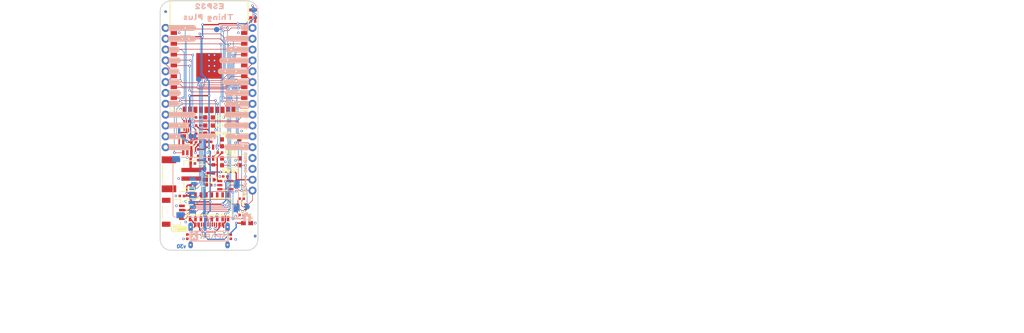
<source format=kicad_pcb>
(kicad_pcb (version 20211014) (generator pcbnew)
  (layers (0 "F.Cu" signal) (31 "B.Cu" signal) (34 "B.Paste" user) (35 "F.Paste" user) (36 "B.SilkS" user "B.Silkscreen") (37 "F.SilkS" user "F.Silkscreen") (38 "B.Mask" user) (39 "F.Mask" user) (44 "Edge.Cuts" user))
  (net 0 "")
  (net 1 "3.3V")
  (net 2 "~{RESET}")
  (net 3 "GND")
  (net 4 "CH340-DTR")
  (net 5 "V_USB")
  (net 6 "D+")
  (net 7 "CH340-RTS")
  (net 8 "CHG")
  (net 9 "N$14")
  (net 10 "V_BATT")
  (net 11 "DTR-10K")
  (net 12 "RTS-10K")
  (net 13 "ESP_0/QPWR")
  (net 14 "CHG_LED")
  (net 15 "ESP_26/TP_A0")
  (net 16 "ESP_25/TP_A1")
  (net 17 "ESP_34/TP_A2")
  (net 18 "ESP_39/TP_A3")
  (net 19 "ESP_36/TP_A4")
  (net 20 "ESP_4/TP_FB")
  (net 21 "ESP_19/TP_CIPO")
  (net 22 "CH340-RX")
  (net 23 "CH340-TX")
  (net 24 "ESP_22/TP_SCL")
  (net 25 "ESP_14/TP_7")
  (net 26 "ESP_32/TP_8")
  (net 27 "ESP_15/TP_9")
  (net 28 "ESP_33/TP_10")
  (net 29 "ESP_27/TP_11")
  (net 30 "ESP_12/TP_12")
  (net 31 "ESP_13/TP_13/LED")
  (net 32 "ESP_16/TP_RX")
  (net 33 "ESP_17/TP_TX")
  (net 34 "N$2")
  (net 35 "ESP_21/TP_SDA")
  (net 36 "VIN")
  (net 37 "D-")
  (net 38 "N$5")
  (net 39 "N$6")
  (net 40 "N$30")
  (net 41 "N$1")
  (net 42 "QWIIC_PWR")
  (net 43 "TP_EN")
  (net 44 "ESP_2/RGB_DI")
  (net 45 "ESP_35/TP_A5")
  (net 46 "ESP_23/TP_COPI")
  (net 47 "ESP_18/TP_SCK")
  (net 48 "ESP_5/SD_CS")
  (net 49 "N$3")
  (footprint "SparkFun ESP32 Thing Plus C:RST0" (layer "F.Cu") (at 153.7081 111.2266)
    (fp_text reference "U$80" hide)
    (fp_text value "" hide)
  )
  (footprint "SparkFun ESP32 Thing Plus C:FIDUCIAL-MICRO" (layer "F.Cu") (at 159.2961 130.9116)
    (fp_text reference "FD3" hide)
    (fp_text value "FIDUCIALUFIDUCIAL" hide)
  )
  (footprint "SparkFun ESP32 Thing Plus C:0402-TIGHT" (layer "F.Cu") (at 144.6911 118.9736)
    (fp_text reference "C4")
    (fp_text value "0.1uF")
  )
  (footprint "SparkFun ESP32 Thing Plus C:0402-TIGHT" (layer "F.Cu") (at 148.5011 118.9736 180)
    (fp_text reference "R7")
    (fp_text value "10k")
  )
  (footprint "SparkFun ESP32 Thing Plus C:JST-2-SMD" (layer "F.Cu") (at 140.6271 116.4336 90)
    (fp_text reference "J4")
    (fp_text value "")
  )
  (footprint "SparkFun ESP32 Thing Plus C:A30" (layer "F.Cu") (at 157.0101 102.4636 90)
    (fp_text reference "U$71" hide)
    (fp_text value "" hide)
  )
  (footprint "SparkFun ESP32 Thing Plus C:#RST#0" (layer "F.Cu") (at 156.8831 120.3706 90)
    (fp_text reference "U$79" hide)
    (fp_text value "" hide)
  )
  (footprint "SparkFun ESP32 Thing Plus C:SOT23-5" (layer "F.Cu") (at 143.4211 110.0836)
    (fp_text reference "U1")
    (fp_text value "MCP73831")
  )
  (footprint "SparkFun ESP32 Thing Plus C:A03" (layer "F.Cu") (at 157.0101 110.0836 90)
    (fp_text reference "U$68" hide)
    (fp_text value "" hide)
  )
  (footprint "SparkFun ESP32 Thing Plus C:STAND-OFF-TIGHT" (layer "F.Cu") (at 139.6111 131.6736)
    (fp_text reference "H1")
    (fp_text value "STAND-OFFTIGHT")
  )
  (footprint "SparkFun ESP32 Thing Plus C:SOT23-3" (layer "F.Cu") (at 148.5011 115.1636 90)
    (fp_text reference "Q3")
    (fp_text value "20V/4.2A/52mΩ/1.4W")
  )
  (footprint "SparkFun ESP32 Thing Plus C:SC70-6" (layer "F.Cu") (at 156.1211 124.0536 90)
    (fp_text reference "Q2")
    (fp_text value "MBT3904DW1T1")
  )
  (footprint "SparkFun ESP32 Thing Plus C:LED-0603" (layer "F.Cu") (at 148.5011 103.0986)
    (fp_text reference "D3")
    (fp_text value "BLUE")
  )
  (footprint "SparkFun ESP32 Thing Plus C:0603" (layer "F.Cu") (at 143.4211 107.5436 180)
    (fp_text reference "R6")
    (fp_text value "2.0k")
  )
  (footprint "SparkFun ESP32 Thing Plus C:SOT23-5" (layer "F.Cu") (at 152.3111 118.9736 -90)
    (fp_text reference "U5")
    (fp_text value "AP2112K-3.3")
  )
  (footprint "SparkFun ESP32 Thing Plus C:0402-TIGHT" (layer "F.Cu") (at 156.1211 125.9586 180)
    (fp_text reference "R17")
    (fp_text value "10k")
  )
  (footprint "SparkFun ESP32 Thing Plus C:0603" (layer "F.Cu") (at 157.3911 127.8636)
    (fp_text reference "C19")
    (fp_text value "4.7uF")
  )
  (footprint "SparkFun ESP32 Thing Plus C:JST04_1MM_RA" (layer "F.Cu") (at 142.1511 125.3236 -90)
    (fp_text reference "J3")
    (fp_text value "QWIIC_RIGHT_ANGLE")
  )
  (footprint "SparkFun ESP32 Thing Plus C:0402-TIGHT" (layer "F.Cu") (at 158.7881 80.6196 180)
    (fp_text reference "C5")
    (fp_text value "0.1uF")
  )
  (footprint "SparkFun ESP32 Thing Plus C:CREATIVE_COMMONS" (layer "F.Cu") (at 119.9261 153.2636)
    (fp_text reference "FRAME1" hide)
    (fp_text value "FRAME-LEDGER" hide)
  )
  (footprint "SparkFun ESP32 Thing Plus C:GND1" (layer "F.Cu") (at 157.0101 112.4966 90)
    (fp_text reference "U$75" hide)
    (fp_text value "" hide)
  )
  (footprint "SparkFun ESP32 Thing Plus C:USB-C-16P-2LAYER-PADS" (layer "F.Cu") (at 148.5011 127.8636)
    (fp_text reference "J1")
    (fp_text value "" hide)
  )
  (footprint "SparkFun ESP32 Thing Plus C:0402-TIGHT" (layer "F.Cu") (at 156.1211 122.1486)
    (fp_text reference "R18")
    (fp_text value "10k")
  )
  (footprint "SparkFun ESP32 Thing Plus C:ESP-WROOM-32-NARROW" (layer "F.Cu") (at 148.5011 89.7636 90)
    (fp_text reference "U2")
    (fp_text value "ESP-WROOM-32NARROW")
  )
  (footprint "SparkFun ESP32 Thing Plus C:0402-TIGHT" (layer "F.Cu") (at 145.9611 103.0986)
    (fp_text reference "R4")
    (fp_text value "1k")
  )
  (footprint "SparkFun ESP32 Thing Plus C:SOD-323" (layer "F.Cu") (at 148.5011 117.7036 180)
    (fp_text reference "D4")
    (fp_text value "3A/10V/280mV")
  )
  (footprint "SparkFun ESP32 Thing Plus C:LED-0603" (layer "F.Cu") (at 148.5011 105.0036)
    (fp_text reference "D1")
    (fp_text value "Yellow")
  )
  (footprint "SparkFun ESP32 Thing Plus C:0402-TIGHT" (layer "F.Cu") (at 145.9611 110.0836 90)
    (fp_text reference "C1")
    (fp_text value "10uF")
  )
  (footprint "SparkFun ESP32 Thing Plus C:0402-TIGHT" (layer "F.Cu") (at 145.9611 106.9086)
    (fp_text reference "R34")
    (fp_text value "1k")
  )
  (footprint "SparkFun ESP32 Thing Plus C:CHG1" (layer "F.Cu") (at 151.9301 105.0036)
    (fp_text reference "U$24" hide)
    (fp_text value "" hide)
  )
  (footprint "SparkFun ESP32 Thing Plus C:0402-TIGHT" (layer "F.Cu") (at 153.5811 131.0386 90)
    (fp_text reference "R9")
    (fp_text value "5.1k")
  )
  (footprint "SparkFun ESP32 Thing Plus C:WS2812-2020" (layer "F.Cu") (at 158.7881 78.8416 90)
    (fp_text reference "D5" hide)
    (fp_text value "WS2812" hide)
  )
  (footprint "SparkFun ESP32 Thing Plus C:EN3" (layer "F.Cu") (at 140.5001 107.5436)
    (fp_text reference "U$74" hide)
    (fp_text value "" hide)
  )
  (footprint "SparkFun ESP32 Thing Plus C:PWR2" (layer "F.Cu") (at 152.0571 106.9086)
    (fp_text reference "U$25" hide)
    (fp_text value "" hide)
  )
  (footprint "SparkFun ESP32 Thing Plus C:FIDUCIAL-MICRO" (layer "F.Cu") (at 138.3411 78.3336)
    (fp_text reference "FD1" hide)
    (fp_text value "FIDUCIALUFIDUCIAL" hide)
  )
  (footprint "SparkFun ESP32 Thing Plus C:130" (layer "F.Cu") (at 140.2461 102.4636)
    (fp_text reference "U$77" hide)
    (fp_text value "" hide)
  )
  (footprint "SparkFun ESP32 Thing Plus C:LED-0603" (layer "F.Cu") (at 148.5011 106.9086)
    (fp_text reference "D12")
    (fp_text value "RED")
  )
  (footprint "SparkFun ESP32 Thing Plus C:THINGPLUS_FOOTPRINT" (layer "F.Cu") (at 148.5011 98.6536)
    (fp_text reference "U6" hide)
    (fp_text value "THINGPLUS_LOGICAL" hide)
  )
  (footprint "SparkFun ESP32 Thing Plus C:VU0" (layer "F.Cu") (at 140.6271 105.0036)
    (fp_text reference "U$76" hide)
    (fp_text value "" hide)
  )
  (footprint "SparkFun ESP32 Thing Plus C:0402-TIGHT" (layer "F.Cu") (at 145.9611 112.6236 90)
    (fp_text reference "C7")
    (fp_text value "1.0uF")
  )
  (footprint "SparkFun ESP32 Thing Plus C:SO016" (layer "F.Cu") (at 148.5011 124.0536)
    (fp_text reference "U7")
    (fp_text value "CH340C")
  )
  (footprint "SparkFun ESP32 Thing Plus C:STAT0" (layer "F.Cu") (at 152.5651 103.0986)
    (fp_text reference "U$26" hide)
    (fp_text value "" hide)
  )
  (footprint "SparkFun ESP32 Thing Plus C:TACTILE_SWITCH_SMD_4.6X2.8MM" (layer "F.Cu") (at 153.5811 109.0676 180)
    (fp_text reference "S4")
    (fp_text value "Reset")
  )
  (footprint "SparkFun ESP32 Thing Plus C:0402-TIGHT" (layer "F.Cu") (at 145.9611 105.0036)
    (fp_text reference "R3")
    (fp_text value "1k")
  )
  (footprint "SparkFun ESP32 Thing Plus C:ORDERING_INSTRUCTIONS" (layer "F.Cu") (at 237.4011 80.8736)
    (fp_text reference "U$59" hide)
    (fp_text value "" hide)
  )
  (footprint "SparkFun ESP32 Thing Plus C:0402-TIGHT" (layer "F.Cu") (at 154.8511 118.9736 90)
    (fp_text reference "R2")
    (fp_text value "10k")
  )
  (footprint "SparkFun ESP32 Thing Plus C:QWIIC_4MM" (layer "F.Cu") (at 141.5161 129.2606)
    (fp_text reference "LOGO4" hide)
    (fp_text value "QWIIC_LOGO_4MM" hide)
  )
  (footprint "SparkFun ESP32 Thing Plus C:0402-TIGHT" (layer "F.Cu") (at 152.3111 116.9416 180)
    (fp_text reference "C3")
    (fp_text value "1.0uF")
  )
  (footprint "SparkFun ESP32 Thing Plus C:3V30" (layer "F.Cu") (at 157.0101 117.7036 90)
    (fp_text reference "U$23" hide)
    (fp_text value "" hide)
  )
  (footprint "SparkFun ESP32 Thing Plus C:VB1" (layer "F.Cu") (at 140.6271 110.0836)
    (fp_text reference "U$73" hide)
    (fp_text value "" hide)
  )
  (footprint "SparkFun ESP32 Thing Plus C:0402-TIGHT" (layer "F.Cu") (at 148.5011 108.8136)
    (fp_text reference "C10")
    (fp_text value "1.0uF")
  )
  (footprint "SparkFun ESP32 Thing Plus C:DFN-8" (layer "F.Cu") (at 143.4211 105.0036)
    (fp_text reference "U4")
    (fp_text value "MAX17048")
  )
  (footprint "SparkFun ESP32 Thing Plus C:A12" (layer "F.Cu") (at 157.0101 107.5436 90)
    (fp_text reference "U$69" hide)
    (fp_text value "" hide)
  )
  (footprint "SparkFun ESP32 Thing Plus C:0402-TIGHT" (layer "F.Cu") (at 144.6911 113.8936)
    (fp_text reference "C6")
    (fp_text value "4.7uF")
  )
  (footprint "SparkFun ESP32 Thing Plus C:0402-TIGHT" (layer "F.Cu") (at 142.1511 121.5136 180)
    (fp_text reference "C2")
    (fp_text value "0.1uF")
  )
  (footprint "SparkFun ESP32 Thing Plus C:0402-TIGHT" (layer "F.Cu") (at 151.0411 111.3536 180)
    (fp_text reference "R8")
    (fp_text value "10k")
  )
  (footprint "SparkFun ESP32 Thing Plus C:0402-TIGHT" (layer "F.Cu") (at 145.9611 108.8136)
    (fp_text reference "C15")
    (fp_text value "0.1uF")
  )
  (footprint "SparkFun ESP32 Thing Plus C:NC0" (layer "F.Cu") (at 157.0101 115.1636 90)
    (fp_text reference "U$107" hide)
    (fp_text value "" hide)
  )
  (footprint "SparkFun ESP32 Thing Plus C:TACTILE_SWITCH_SMD_4.6X2.8MM" (layer "F.Cu") (at 153.5811 113.5126 180)
    (fp_text reference "S3")
    (fp_text value "Boot")
  )
  (footprint "SparkFun ESP32 Thing Plus C:BOOT0" (layer "F.Cu") (at 153.7081 115.6716)
    (fp_text reference "U$78" hide)
    (fp_text value "" hide)
  )
  (footprint "SparkFun ESP32 Thing Plus C:A21" (layer "F.Cu") (at 157.0101 105.0036 90)
    (fp_text reference "U$70" hide)
    (fp_text value "" hide)
  )
  (footprint "SparkFun ESP32 Thing Plus C:STAND-OFF-TIGHT" (layer "F.Cu") (at 157.3911 131.6736)
    (fp_text reference "H2")
    (fp_text value "STAND-OFFTIGHT")
  )
  (footprint "SparkFun ESP32 Thing Plus C:SOT23-5" (layer "F.Cu") (at 148.5011 111.3536)
    (fp_text reference "U3")
    (fp_text value "AP2112K-3.3")
  )
  (footprint "SparkFun ESP32 Thing Plus C:0402-TIGHT" (layer "F.Cu") (at 143.4211 131.0386 90)
    (fp_text reference "R10")
    (fp_text value "5.1k")
  )
  (footprint "SparkFun ESP32 Thing Plus C:#21#SDA#1" (layer "B.Cu") (at 138.5951 82.1436 180)
    (fp_text reference "U$100" hide)
    (fp_text value "" hide)
  )
  (footprint "SparkFun ESP32 Thing Plus C:#16#RX#0" (layer "B.Cu") (at 158.1531 87.2236 180)
    (fp_text reference "U$81" hide)
    (fp_text value "" hide)
  )
  (footprint "SparkFun ESP32 Thing Plus C:OSHW-LOGO-MINI" (layer "B.Cu") (at 157.3911 126.5936 180)
    (fp_text reference "LOGO2" hide)
    (fp_text value "OSHW-LOGOMINI" hide)
  )
  (footprint "SparkFun ESP32 Thing Plus C:SPARKX-MEDIUM" (layer "B.Cu") (at 148.5011 130.9116 180)
    (fp_text reference "U$1" hide)
    (fp_text value "SPARKX-LOGO4" hide)
  )
  (footprint "SparkFun ESP32 Thing Plus C:#13#LED#0" (layer "B.Cu") (at 138.7221 102.4636 180)
    (fp_text reference "U$99" hide)
    (fp_text value "" hide)
  )
  (footprint "SparkFun ESP32 Thing Plus C:FIDUCIAL-MICRO" (layer "B.Cu") (at 159.2961 130.9116 180)
    (fp_text reference "FD4" hide)
    (fp_text value "FIDUCIALUFIDUCIAL" hide)
  )
  (footprint "SparkFun ESP32 Thing Plus C:#PWR#0" (layer "B.Cu") (at 145.5801 107.5436 180)
    (fp_text reference "U$102" hide)
    (fp_text value "" hide)
  )
  (footprint "SparkFun ESP32 Thing Plus C:#VBAT#0" (layer "B.Cu") (at 138.7221 110.0836 180)
    (fp_text reference "U$97" hide)
    (fp_text value "" hide)
  )
  (footprint "SparkFun ESP32 Thing Plus C:PAD.03X.05" (layer "B.Cu") (at 146.0881 94.2086 180)
    (fp_text reference "TP4" hide)
    (fp_text value "" hide)
  )
  (footprint "SparkFun ESP32 Thing Plus C:PAD.03X.05" (layer "B.Cu") (at 150.2791 82.5246 180)
    (fp_text reference "TP3" hide)
    (fp_text value "" hide)
  )
  (footprint "SparkFun ESP32 Thing Plus C:THING1" (layer "B.Cu") (at 151.0411 79.6036 180)
    (fp_text reference "U$104" hide)
    (fp_text value "" hide)
  )
  (footprint "SparkFun ESP32 Thing Plus C:#23#COPI#0" (layer "B.Cu") (at 158.1531 92.3036 180)
    (fp_text reference "U$62" hide)
    (fp_text value "" hide)
  )
  (footprint "SparkFun ESP32 Thing Plus C:PAD.03X.05" (layer "B.Cu") (at 158.9151 77.9526 180)
    (fp_text reference "TP2" hide)
    (fp_text value "" hide)
  )
  (footprint "SparkFun ESP32 Thing Plus C:#17#TX#0" (layer "B.Cu") (at 158.1531 84.6836 180)
    (fp_text reference "U$72" hide)
    (fp_text value "" hide)
  )
  (footprint "SparkFun ESP32 Thing Plus C:PAD.03X.05" (layer "B.Cu") (at 157.3911 124.0536 180)
    (fp_text reference "TP1" hide)
    (fp_text value "" hide)
  )
  (footprint "SparkFun ESP32 Thing Plus C:#18#SCK#0" (layer "B.Cu") (at 158.1531 94.8436 180)
    (fp_text reference "U$83" hide)
    (fp_text value "" hide)
  )
  (footprint "SparkFun ESP32 Thing Plus C:FIDUCIAL-MICRO" (layer "B.Cu") (at 138.3411 78.3336 180)
    (fp_text reference "FD2" hide)
    (fp_text value "FIDUCIALUFIDUCIAL" hide)
  )
  (footprint "SparkFun ESP32 Thing Plus C:#19#CIPO#0" (layer "B.Cu") (at 158.1531 89.7636 180)
    (fp_text reference "U$82" hide)
    (fp_text value "" hide)
  )
  (footprint "SparkFun ESP32 Thing Plus C:#4#0" (layer "B.Cu") (at 158.1531 82.1436 180)
    (fp_text reference "U$57" hide)
    (fp_text value "" hide)
  )
  (footprint "SparkFun ESP32 Thing Plus C:#36#A4#0" (layer "B.Cu") (at 158.1531 99.9236 180)
    (fp_text reference "U$85" hide)
    (fp_text value "" hide)
  )
  (footprint "SparkFun ESP32 Thing Plus C:#14#9" (layer "B.Cu") (at 138.7221 87.2236 180)
    (fp_text reference "U$91" hide)
    (fp_text value "" hide)
  )
  (footprint "SparkFun ESP32 Thing Plus C:PLUS2" (layer "B.Cu") (at 144.6911 79.6036 180)
    (fp_text reference "U$105" hide)
    (fp_text value "" hide)
  )
  (footprint "SparkFun ESP32 Thing Plus C:#RST#0" (layer "B.Cu") (at 156.8831 120.3706 -90)
    (fp_text reference "U$109" hide)
    (fp_text value "" hide)
  )
  (footprint "SparkFun ESP32 Thing Plus C:#26#A0#3" (layer "B.Cu") (at 158.1531 110.0836 180)
    (fp_text reference "U$87" hide)
    (fp_text value "" hide)
  )
  (footprint "SparkFun ESP32 Thing Plus C:#VUSB#2" (layer "B.Cu") (at 138.7221 105.0036 180)
    (fp_text reference "U$98" hide)
    (fp_text value "" hide)
  )
  (footprint "SparkFun ESP32 Thing Plus C:MICRO-SD-SOCKET" (layer "B.Cu") (at 155.3591 126.4666 -90)
    (fp_text reference "J6")
    (fp_text value "microSD")
  )
  (footprint "SparkFun ESP32 Thing Plus C:#27#5" (layer "B.Cu") (at 138.7221 97.3836 180)
    (fp_text reference "U$93" hide)
    (fp_text value "" hide)
  )
  (footprint "SparkFun ESP32 Thing Plus C:#34#A2#1" (layer "B.Cu") (at 158.1531 105.0036 180)
    (fp_text reference "U$88" hide)
    (fp_text value "" hide)
  )
  (footprint "SparkFun ESP32 Thing Plus C:#39#A3#0" (layer "B.Cu") (at 158.1531 102.4636 180)
    (fp_text reference "U$89" hide)
    (fp_text value "" hide)
  )
  (footprint "SparkFun ESP32 Thing Plus C:#35#A5#0" (layer "B.Cu") (at 158.1531 97.3836 180)
    (fp_text reference "U$84" hide)
    (fp_text value "" hide)
  )
  (footprint "SparkFun ESP32 Thing Plus C:#15#7" (layer "B.Cu") (at 138.7221 92.3036 180)
    (fp_text reference "U$92" hide)
    (fp_text value "" hide)
  )
  (footprint "SparkFun ESP32 Thing Plus C:#25#A1#2" (layer "B.Cu") (at 158.1531 107.5436 180)
    (fp_text reference "U$86" hide)
    (fp_text value "" hide)
  )
  (footprint "SparkFun ESP32 Thing Plus C:#12#4" (layer "B.Cu") (at 138.7221 99.9236 180)
    (fp_text reference "U$90" hide)
    (fp_text value "" hide)
  )
  (footprint "SparkFun ESP32 Thing Plus C:SMT-JUMPER_2_NC_TRACE_SILK" (layer "B.Cu") (at 144.6911 107.5436 180)
    (fp_text reference "JP1")
    (fp_text value "")
  )
  (footprint "SparkFun ESP32 Thing Plus C:GND1" (layer "B.Cu") (at 157.0101 112.6236 -90)
    (fp_text reference "U$56" hide)
    (fp_text value "" hide)
  )
  (footprint "SparkFun ESP32 Thing Plus C:NC0" (layer "B.Cu") (at 157.0101 115.2906 -90)
    (fp_text reference "U$106" hide)
    (fp_text value "" hide)
  )
  (footprint "SparkFun ESP32 Thing Plus C:#33#6" (layer "B.Cu") (at 138.7221 94.8436 180)
    (fp_text reference "U$95" hide)
    (fp_text value "" hide)
  )
  (footprint "SparkFun ESP32 Thing Plus C:ESP320" (layer "B.Cu") (at 148.5011 77.0636 180)
    (fp_text reference "U$103" hide)
    (fp_text value "" hide)
  )
  (footprint "SparkFun ESP32 Thing Plus C:#32#8" (layer "B.Cu") (at 138.7221 89.7636 180)
    (fp_text reference "U$94" hide)
    (fp_text value "" hide)
  )
  (footprint "SparkFun ESP32 Thing Plus C:#22#SCL#0" (layer "B.Cu") (at 138.5951 84.6836 180)
    (fp_text reference "U$101" hide)
    (fp_text value "" hide)
  )
  (footprint "SparkFun ESP32 Thing Plus C:3V30" (layer "B.Cu") (at 157.0101 117.8306 -90)
    (fp_text reference "U$108" hide)
    (fp_text value "" hide)
  )
  (footprint "SparkFun ESP32 Thing Plus C:#EN#1" (layer "B.Cu") (at 138.7221 107.5436 180)
    (fp_text reference "U$96" hide)
    (fp_text value "" hide)
  )
  (gr_line (start 137.0711 78.3336) (end 137.0711 131.6736) (layer "Edge.Cuts") (width 0.2032))
  (gr_arc (start 137.0711 78.3336) (mid 137.815049 76.537549) (end 139.6111 75.7936) (layer "Edge.Cuts") (width 0.2032))
  (gr_line (start 159.9311 131.6736) (end 159.9311 78.3336) (layer "Edge.Cuts") (width 0.2032))
  (gr_arc (start 159.9311 131.6736) (mid 159.187151 133.469651) (end 157.3911 134.2136) (layer "Edge.Cuts") (width 0.2032))
  (gr_line (start 157.3911 75.7936) (end 139.6111 75.7936) (layer "Edge.Cuts") (width 0.2032))
  (gr_arc (start 139.6111 134.2136) (mid 137.815049 133.469651) (end 137.0711 131.6736) (layer "Edge.Cuts") (width 0.2032))
  (gr_arc (start 157.3911 75.7936) (mid 159.187151 76.537549) (end 159.9311 78.3336) (layer "Edge.Cuts") (width 0.2032))
  (gr_line (start 139.6111 134.2136) (end 157.3911 134.2136) (layer "Edge.Cuts") (width 0.2032))
  (gr_text "v30" (at 142.0241 133.3246) (layer "B.Cu") (effects (font (size 0.8128 0.8128) (thickness 0.2032)) (justify mirror)))
  (gr_text "-" (at 146.8501 119.1006) (layer "F.SilkS") (effects (font (size 1.5113 1.5113) (thickness 0.2667))))
  (gr_text "+" (at 146.8501 114.0206) (layer "F.SilkS") (effects (font (size 1.5113 1.5113) (thickness 0.2667))))
  (segment (start 144.0561 121.5136) (end 144.0561 122.2756) (width 0.3048) (layer "F.Cu") (net 1))
  (segment (start 154.8511 118.4736) (end 154.8511 117.7036) (width 0.3048) (layer "F.Cu") (net 1))
  (segment (start 145.9611 110.5836) (end 147.3501 110.5836) (width 0.3048) (layer "F.Cu") (net 1))
  (segment (start 159.3381 79.7566) (end 159.3381 80.5696) (width 0.3048) (layer "F.Cu") (net 1))
  (segment (start 144.0561 121.2536) (end 144.0561 121.5136) (width 0.3048) (layer "F.Cu") (net 1))
  (segment (start 142.6511 121.5136) (end 143.2941 121.5136) (width 0.3048) (layer "F.Cu") (net 1))
  (segment (start 143.2941 120.8786) (end 143.2941 121.5136) (width 0.3048) (layer "F.Cu") (net 1))
  (segment (start 147.6781 110.0836) (end 147.5511 109.9566) (width 0.3048) (layer "F.Cu") (net 1))
  (segment (start 144.0561 122.2756) (end 144.6784 122.8979) (width 0.3048) (layer "F.Cu") (net 1))
  (segment (start 147.5511 109.2636) (end 147.5511 109.9566) (width 0.3048) (layer "F.Cu") (net 1))
  (segment (start 144.1911 118.9736) (end 143.5481 118.9736) (width 0.3048) (layer "F.Cu") (net 1))
  (segment (start 147.8661 126.8536) (end 147.8661 125.8316) (width 0.3048) (layer "F.Cu") (net 1))
  (segment (start 146.9771 84.2137) (end 144.122468 84.2137) (width 0.3048) (layer "F.Cu") (net 1))
  (segment (start 147.3501 110.5836) (end 147.3581 110.5916) (width 0.3048) (layer "F.Cu") (net 1))
  (segment (start 150.847731 81.1657) (end 155.2321 81.1657) (width 0.3048) (layer "F.Cu") (net 1))
  (segment (start 159.3381 79.0106) (end 159.3381 79.7566) (width 0.3048) (layer "F.Cu") (net 1))
  (segment (start 150.631831 81.3816) (end 150.847731 81.1657) (width 0.3048) (layer "F.Cu") (net 1))
  (segment (start 148.5011 110.0836) (end 147.6781 110.0836) (width 0.3048) (layer "F.Cu") (net 1))
  (segment (start 147.5511 109.9566) (end 147.5511 110.0535) (width 0.3048) (layer "F.Cu") (net 1))
  (segment (start 143.9291 98.0186) (end 148.5011 98.0186) (width 0.3048) (layer "F.Cu") (net 1))
  (segment (start 154.8511 117.7036) (end 154.8511 116.1796) (width 0.3048) (layer "F.Cu") (net 1))
  (segment (start 159.2961 78.9686) (end 159.3381 79.0106) (width 0.3048) (layer "F.Cu") (net 1))
  (segment (start 143.2941 121.5136) (end 144.0561 121.5136) (width 0.3048) (layer "F.Cu") (net 1))
  (segment (start 143.2941 119.2276) (end 143.2941 120.8786) (width 0.3048) (layer "F.Cu") (net 1))
  (segment (start 144.122468 84.2137) (end 144.033568 84.1248) (width 0.3048) (layer "F.Cu") (net 1))
  (segment (start 144.033568 84.1248) (end 141.8209 84.1248) (width 0.3048) (layer "F.Cu") (net 1))
  (segment (start 143.5481 118.9736) (end 143.2941 119.2276) (width 0.3048) (layer "F.Cu") (net 1))
  (segment (start 146.9771 81.3816) (end 150.631831 81.3816) (width 0.3048) (layer "F.Cu") (net 1))
  (segment (start 158.6611 117.7036) (end 154.8511 117.7036) (width 0.3048) (layer "F.Cu") (net 1))
  (segment (start 147.5511 110.3986) (end 147.5511 110.0535) (width 0.3048) (layer "F.Cu") (net 1))
  (segment (start 141.3421 84.6036) (end 140.2631 84.6036) (width 0.3048) (layer "F.Cu") (net 1))
  (segment (start 154.5971 115.9256) (end 151.1681 115.9256) (width 0.3048) (layer "F.Cu") (net 1))
  (segment (start 159.3381 80.5696) (end 159.2881 80.6196) (width 0.3048) (layer "F.Cu") (net 1))
  (segment (start 154.8511 116.1796) (end 154.5971 115.9256) (width 0.3048) (layer "F.Cu") (net 1))
  (segment (start 148.0011 108.8136) (end 147.5511 109.2636) (width 0.3048) (layer "F.Cu") (net 1))
  (segment (start 147.8661 125.8316) (end 147.9931 125.7046) (width 0.3048) (layer "F.Cu") (net 1))
  (segment (start 141.8209 84.1248) (end 141.3421 84.6036) (width 0.3048) (layer "F.Cu") (net 1))
  (segment (start 147.3581 110.5916) (end 147.5511 110.3986) (width 0.3048) (layer "F.Cu") (net 1))
  (segment (start 144.6784 122.8979) (end 148.7551 122.8979) (width 0.3048) (layer "F.Cu") (net 1))
  (via (at 148.7551 122.8979) (size 0.5588) (drill 0.3048) (layers "F.Cu" "B.Cu") (net 1))
  (via (at 155.2321 81.1657) (size 0.5588) (drill 0.3048) (layers "F.Cu" "B.Cu") (net 1))
  (via (at 148.5011 98.0186) (size 0.5588) (drill 0.3048) (layers "F.Cu" "B.Cu") (net 1))
  (via (at 147.9931 125.7046) (size 0.5588) (drill 0.3048) (layers "F.Cu" "B.Cu") (net 1))
  (via (at 146.9771 81.3816) (size 0.5588) (drill 0.3048) (layers "F.Cu" "B.Cu") (net 1))
  (via (at 148.5011 110.0836) (size 0.5588) (drill 0.3048) (layers "F.Cu" "B.Cu") (net 1))
  (via (at 151.1681 115.9256) (size 0.5588) (drill 0.3048) (layers "F.Cu" "B.Cu") (net 1))
  (via (at 143.2941 120.8786) (size 0.5588) (drill 0.3048) (layers "F.Cu" "B.Cu") (net 1))
  (via (at 146.9771 84.2137) (size 0.5588) (drill 0.3048) (layers "F.Cu" "B.Cu") (net 1))
  (via (at 143.9291 98.0186) (size 0.5588) (drill 0.3048) (layers "F.Cu" "B.Cu") (net 1))
  (via (at 159.2961 78.9686) (size 0.5588) (drill 0.3048) (layers "F.Cu" "B.Cu") (net 1))
  (segment (start 143.3461 120.8266) (end 143.2941 120.8786) (width 0.3048) (layer "B.Cu") (net 1))
  (segment (start 157.734 81.1657) (end 159.2961 79.6036) (width 0.3048) (layer "B.Cu") (net 1))
  (segment (start 148.8059 111.122132) (end 148.8059 111.585069) (width 0.3048) (layer "B.Cu") (net 1))
  (segment (start 148.5011 110.0836) (end 148.5011 98.0186) (width 0.3048) (layer "B.Cu") (net 1))
  (segment (start 146.812 84.5947) (end 146.9771 84.4296) (width 0.3048) (layer "B.Cu") (net 1))
  (segment (start 148.5011 94.5896) (end 146.812 92.9005) (width 0.3048) (layer "B.Cu") (net 1))
  (segment (start 148.8059 111.585069) (end 148.7551 111.635869) (width 0.3048) (layer "B.Cu") (net 1))
  (segment (start 148.5011 110.0836) (end 148.5011 110.817332) (width 0.3048) (layer "B.Cu") (net 1))
  (segment (start 155.2321 81.1657) (end 157.734 81.1657) (width 0.3048) (layer "B.Cu") (net 1))
  (segment (start 146.9771 84.4296) (end 146.9771 84.2137) (width 0.3048) (layer "B.Cu") (net 1))
  (segment (start 144.1704 104.396238) (end 143.9672 104.193038) (width 0.3048) (layer "B.Cu") (net 1))
  (segment (start 144.1704 107.5436) (end 144.1704 104.396238) (width 0.3048) (layer "B.Cu") (net 1))
  (segment (start 146.9771 81.3816) (end 146.9771 84.2137) (width 0.3048) (layer "B.Cu") (net 1))
  (segment (start 143.9672 98.0567) (end 143.9291 98.0186) (width 0.3048) (layer "B.Cu") (net 1))
  (segment (start 146.812 92.9005) (end 146.812 84.5947) (width 0.3048) (layer "B.Cu") (net 1))
  (segment (start 143.9672 104.193038) (end 143.9672 98.0567) (width 0.3048) (layer "B.Cu") (net 1))
  (segment (start 151.1681 115.9256) (end 148.7551 115.9256) (width 0.3048) (layer "B.Cu") (net 1))
  (segment (start 148.7551 115.9256) (end 148.7551 122.8979) (width 0.3048) (layer "B.Cu") (net 1))
  (segment (start 148.7551 111.635869) (end 148.7551 115.9256) (width 0.3048) (layer "B.Cu") (net 1))
  (segment (start 148.5011 110.817332) (end 148.8059 111.122132) (width 0.3048) (layer "B.Cu") (net 1))
  (segment (start 148.7551 124.9426) (end 148.7551 122.8979) (width 0.3048) (layer "B.Cu") (net 1))
  (segment (start 144.4591 120.8266) (end 143.3461 120.8266) (width 0.3048) (layer "B.Cu") (net 1))
  (segment (start 148.5011 98.0186) (end 148.5011 94.5896) (width 0.3048) (layer "B.Cu") (net 1))
  (segment (start 147.9931 125.7046) (end 148.7551 124.9426) (width 0.3048) (layer "B.Cu") (net 1))
  (segment (start 159.2961 79.6036) (end 159.2961 78.9686) (width 0.3048) (layer "B.Cu") (net 1))
  (segment (start 140.2631 85.8736) (end 151.2151 85.8736) (width 0.127) (layer "F.Cu") (net 2))
  (segment (start 157.7871 123.4036) (end 158.6611 122.5296) (width 0.127) (layer "F.Cu") (net 2))
  (segment (start 158.6611 120.2436) (end 156.1211 120.2436) (width 0.127) (layer "F.Cu") (net 2))
  (segment (start 151.2151 85.8736) (end 151.2951 85.9536) (width 0.127) (layer "F.Cu") (net 2))
  (segment (start 156.4641 109.8676) (end 155.6311 109.8676) (width 0.127) (layer "F.Cu") (net 2))
  (segment (start 157.0411 123.4036) (end 157.7871 123.4036) (width 0.127) (layer "F.Cu") (net 2))
  (segment (start 156.1211 120.2436) (end 155.6211 120.2436) (width 0.127) (layer "F.Cu") (net 2))
  (segment (start 156.5021 109.8296) (end 156.4641 109.8676) (width 0.127) (layer "F.Cu") (net 2))
  (segment (start 155.6311 109.8676) (end 151.5311 109.8676) (width 0.127) (layer "F.Cu") (net 2))
  (segment (start 158.6611 122.5296) (end 158.6611 120.2436) (width 0.127) (layer "F.Cu") (net 2))
  (segment (start 150.5331 109.8296) (end 151.4931 109.8296) (width 0.127) (layer "F.Cu") (net 2))
  (segment (start 155.6211 120.2436) (end 154.8511 119.4736) (width 0.127) (layer "F.Cu") (net 2))
  (segment (start 151.4931 109.8296) (end 151.5311 109.8676) (width 0.127) (layer "F.Cu") (net 2))
  (via (at 156.5021 109.8296) (size 0.5588) (drill 0.3048) (layers "F.Cu" "B.Cu") (net 2))
  (via (at 156.1211 120.2436) (size 0.5588) (drill 0.3048) (layers "F.Cu" "B.Cu") (net 2))
  (via (at 151.2951 85.9536) (size 0.5588) (drill 0.3048) (layers "F.Cu" "B.Cu") (net 2))
  (via (at 150.5331 109.8296) (size 0.5588) (drill 0.3048) (layers "F.Cu" "B.Cu") (net 2))
  (segment (start 151.2951 98.137844) (end 151.0792 98.353744) (width 0.127) (layer "B.Cu") (net 2))
  (segment (start 151.0792 109.2835) (end 150.5331 109.8296) (width 0.127) (layer "B.Cu") (net 2))
  (segment (start 156.1211 110.2106) (end 156.5021 109.8296) (width 0.127) (layer "B.Cu") (net 2))
  (segment (start 156.1211 120.2436) (end 156.1211 110.2106) (width 0.127) (layer "B.Cu") (net 2))
  (segment (start 151.2951 85.9536) (end 151.2951 98.137844) (width 0.127) (layer "B.Cu") (net 2))
  (segment (start 151.0792 98.353744) (end 151.0792 109.2835) (width 0.127) (layer "B.Cu") (net 2))
  (segment (start 157.6451 81.3816) (end 157.6451 81.2626) (width 0.127) (layer "F.Cu") (net 3))
  (segment (start 143.8021 105.0036) (end 143.4211 105.0036) (width 0.127) (layer "F.Cu") (net 3))
  (segment (start 156.7391 82.1686) (end 156.7391 83.3336) (width 0.127) (layer "F.Cu") (net 3))
  (segment (start 146.4611 108.9406) (end 146.4611 108.8136) (width 0.3048) (layer "F.Cu") (net 3))
  (segment (start 157.6451 81.2626) (end 156.7391 82.1686) (width 0.127) (layer "F.Cu") (net 3))
  (segment (start 143.6711 104.0136) (end 143.6711 104.7536) (width 0.127) (layer "F.Cu") (net 3))
  (segment (start 144.1711 105.3726) (end 143.8021 105.0036) (width 0.127) (layer "F.Cu") (net 3))
  (segment (start 144.1711 105.9936) (end 144.1711 105.3726) (width 0.127) (layer "F.Cu") (net 3))
  (segment (start 145.3261 110.2186) (end 145.3261 111.3536) (width 0.3048) (layer "F.Cu") (net 3))
  (segment (start 158.7881 78.4766) (end 158.7881 80.176007) (width 0.127) (layer "F.Cu") (net 3))
  (segment (start 152.0571 129.8956) (end 151.893896 129.732397) (width 0.3048) (layer "F.Cu") (net 3))
  (segment (start 145.2761 128.2036) (end 144.6911 127.6186) (width 0.3048) (layer "F.Cu") (net 3))
  (segment (start 144.0621 126.8536) (end 144.0561 126.8536) (width 0.3048) (layer "F.Cu") (net 3))
  (segment (start 145.2761 128.5486) (end 144.9675 128.8572) (width 0.3048) (layer "F.Cu") (net 3))
  (segment (start 146.4611 108.9406) (end 145.9611 109.4406) (width 0.3048) (layer "F.Cu") (net 3))
  (segment (start 158.2881 80.6196) (end 157.6451 81.2626) (width 0.127) (layer "F.Cu") (net 3))
  (segment (start 144.6911 127.6186) (end 144.6911 127.4826) (width 0.3048) (layer "F.Cu") (net 3))
  (segment (start 151.9301 128.4076) (end 151.9301 128.921007) (width 0.3048) (layer "F.Cu") (net 3))
  (segment (start 158.6106 80.2971) (end 158.2881 80.6196) (width 0.127) (layer "F.Cu") (net 3))
  (segment (start 143.6711 104.7536) (end 143.4211 105.0036) (width 0.127) (layer "F.Cu") (net 3))
  (segment (start 151.7261 128.2036) (end 151.9301 128.4076) (width 0.3048) (layer "F.Cu") (net 3))
  (segment (start 152.3111 127.6186) (end 151.7261 128.2036) (width 0.3048) (layer "F.Cu") (net 3))
  (segment (start 145.9611 109.5836) (end 145.9611 109.4406) (width 0.3048) (layer "F.Cu") (net 3))
  (segment (start 158.667006 80.2971) (end 158.6106 80.2971) (width 0.127) (layer "F.Cu") (net 3))
  (segment (start 158.7881 80.176007) (end 158.667006 80.2971) (width 0.127) (layer "F.Cu") (net 3))
  (segment (start 144.6911 127.4826) (end 144.0621 126.8536) (width 0.3048) (layer "F.Cu") (net 3))
  (segment (start 145.2761 128.2036) (end 145.2761 128.5486) (width 0.3048) (layer "F.Cu") (net 3))
  (segment (start 152.3111 125.7046) (end 152.3111 127.6186) (width 0.3048) (layer "F.Cu") (net 3))
  (segment (start 158.2381 77.9266) (end 158.7881 78.4766) (width 0.127) (layer "F.Cu") (net 3))
  (segment (start 145.9611 109.5836) (end 145.3261 110.2186) (width 0.3048) (layer "F.Cu") (net 3))
  (via (at 149.3901 107.9246) (size 0.5588) (drill 0.3048) (layers "F.Cu" "B.Cu") (net 3))
  (via (at 144.9451 130.0226) (size 0.5588) (drill 0.3048) (layers "F.Cu" "B.Cu") (net 3))
  (via (at 152.3111 113.5126) (size 0.5588) (drill 0.3048) (layers "F.Cu" "B.Cu") (net 3))
  (via (at 149.8981 118.9736) (size 0.5588) (drill 0.3048) (layers "F.Cu" "B.Cu") (net 3))
  (via (at 148.5011 89.7636) (size 0.5588) (drill 0.3048) (layers "F.Cu" "B.Cu") (net 3))
  (via (at 140.7541 121.5136) (size 0.5588) (drill 0.3048) (layers "F.Cu" "B.Cu") (net 3))
  (via (at 149.7711 89.7636) (size 0.5588) (drill 0.3048) (layers "F.Cu" "B.Cu") (net 3))
  (via (at 140.8811 123.7996) (size 0.5588) (drill 0.3048) (layers "F.Cu" "B.Cu") (net 3))
  (via (at 143.0401 127.6096) (size 0.5588) (drill 0.3048) (layers "F.Cu" "B.Cu") (net 3))
  (via (at 156.1211 106.2736) (size 0.5588) (drill 0.3048) (layers "F.Cu" "B.Cu") (net 3))
  (via (at 141.5161 83.2866) (size 0.5588) (drill 0.3048) (layers "F.Cu" "B.Cu") (net 3))
  (via (at 154.7241 126.2126) (size 0.5588) (drill 0.3048) (layers "F.Cu" "B.Cu") (net 3))
  (via (at 145.3261 111.3536) (size 0.5588) (drill 0.3048) (layers "F.Cu" "B.Cu") (net 3))
  (via (at 151.0411 116.9416) (size 0.5588) (drill 0.3048) (layers "F.Cu" "B.Cu") (net 3))
  (via (at 154.7241 131.6736) (size 0.5588) (drill 0.3048) (layers "F.Cu" "B.Cu") (net 3))
  (via (at 141.3891 117.4496) (size 0.5588) (drill 0.3048) (layers "F.Cu" "B.Cu") (net 3))
  (via (at 142.5321 131.5466) (size 0.5588) (drill 0.3048) (layers "F.Cu" "B.Cu") (net 3))
  (via (at 154.7241 113.1316) (size 0.5588) (drill 0.3048) (layers "F.Cu" "B.Cu") (net 3))
  (via (at 148.2471 111.3536) (size 0.5588) (drill 0.3048) (layers "F.Cu" "B.Cu") (net 3))
  (via (at 152.3111 125.7046) (size 0.5588) (drill 0.3048) (layers "F.Cu" "B.Cu") (net 3))
  (via (at 155.3591 83.2866) (size 0.5588) (drill 0.3048) (layers "F.Cu" "B.Cu") (net 3))
  (via (at 159.2961 127.8636) (size 0.5588) (drill 0.3048) (layers "F.Cu" "B.Cu") (net 3))
  (via (at 151.9301 103.0986) (size 0.5588) (drill 0.3048) (layers "F.Cu" "B.Cu") (net 3))
  (via (at 143.0401 122.7836) (size 0.5588) (drill 0.3048) (layers "F.Cu" "B.Cu") (net 3))
  (via (at 154.8511 120.3706) (size 0.5588) (drill 0.3048) (layers "F.Cu" "B.Cu") (net 3))
  (via (at 148.5011 92.3036) (size 0.5588) (drill 0.3048) (layers "F.Cu" "B.Cu") (net 3))
  (via (at 143.4211 105.0036) (size 0.5588) (drill 0.3048) (layers "F.Cu" "B.Cu") (net 3))
  (via (at 149.7711 88.4936) (size 0.5588) (drill 0.3048) (layers "F.Cu" "B.Cu") (net 3))
  (via (at 149.7711 92.3036) (size 0.5588) (drill 0.3048) (layers "F.Cu" "B.Cu") (net 3))
  (via (at 149.7711 91.0336) (size 0.5588) (drill 0.3048) (layers "F.Cu" "B.Cu") (net 3))
  (via (at 148.5011 88.4936) (size 0.5588) (drill 0.3048) (layers "F.Cu" "B.Cu") (net 3))
  (via (at 148.5011 91.0336) (size 0.5588) (drill 0.3048) (layers "F.Cu" "B.Cu") (net 3))
  (via (at 143.4211 112.4966) (size 0.5588) (drill 0.3048) (layers "F.Cu" "B.Cu") (net 3))
  (via (at 141.8971 101.1936) (size 0.5588) (drill 0.3048) (layers "F.Cu" "B.Cu") (net 3))
  (via (at 152.0571 129.8956) (size 0.5588) (drill 0.3048) (layers "F.Cu" "B.Cu") (net 3))
  (segment (start 157.0411 125.4656) (end 156.6211 125.8856) (width 0.127) (layer "F.Cu") (net 4))
  (segment (start 153.9276 120.4631) (end 154.0891 120.6246) (width 0.127) (layer "F.Cu") (net 4))
  (segment (start 157.0411 124.7036) (end 157.0411 125.4656) (width 0.127) (layer "F.Cu") (net 4))
  (segment (start 156.5021 126.8476) (end 156.6291 126.7206) (width 0.127) (layer "F.Cu") (net 4))
  (segment (start 148.4086 120.4631) (end 153.9276 120.4631) (width 0.127) (layer "F.Cu") (net 4))
  (segment (start 147.8661 121.0056) (end 148.4086 120.4631) (width 0.127) (layer "F.Cu") (net 4))
  (segment (start 147.8661 121.2536) (end 147.8661 121.0056) (width 0.127) (layer "F.Cu") (net 4))
  (segment (start 156.6291 125.9666) (end 156.6211 125.9586) (width 0.127) (layer "F.Cu") (net 4))
  (segment (start 156.6211 125.8856) (end 156.6211 125.9586) (width 0.127) (layer "F.Cu") (net 4))
  (segment (start 154.0891 126.8476) (end 156.5021 126.8476) (width 0.127) (layer "F.Cu") (net 4))
  (segment (start 156.6291 126.7206) (end 156.6291 125.9666) (width 0.127) (layer "F.Cu") (net 4))
  (via (at 154.0891 120.6246) (size 0.5588) (drill 0.3048) (layers "F.Cu" "B.Cu") (net 4))
  (via (at 154.0891 126.8476) (size 0.5588) (drill 0.3048) (layers "F.Cu" "B.Cu") (net 4))
  (segment (start 154.0891 120.6246) (end 154.0891 123.417194) (width 0.127) (layer "B.Cu") (net 4))
  (segment (start 154.0891 125.416007) (end 154.0891 126.8476) (width 0.127) (layer "B.Cu") (net 4))
  (segment (start 154.0891 123.417194) (end 154.0686 123.437694) (width 0.127) (layer "B.Cu") (net 4))
  (segment (start 154.0686 123.437694) (end 154.0686 125.395507) (width 0.127) (layer "B.Cu") (net 4))
  (segment (start 154.0686 125.395507) (end 154.0891 125.416007) (width 0.127) (layer "B.Cu") (net 4))
  (segment (start 147.9896 116.1171) (end 147.9931 116.1136) (width 0.5588) (layer "F.Cu") (net 5))
  (segment (start 146.3501 105.8926) (end 148.1201 105.8926) (width 0.3048) (layer "F.Cu") (net 5))
  (segment (start 147.9896 117.7036) (end 147.9896 118.9621) (width 0.5588) (layer "F.Cu") (net 5))
  (segment (start 138.3411 105.0036) (end 141.5161 105.0036) (width 0.5588) (layer "F.Cu") (net 5))
  (segment (start 144.341 108.8136) (end 144.3711 108.7835) (width 0.5588) (layer "F.Cu") (net 5))
  (segment (start 146.0511 128.2036) (end 146.0511 128.7116) (width 0.3048) (layer "F.Cu") (net 5))
  (segment (start 147.3511 117.7036) (end 147.9896 117.7036) (width 0.5588) (layer "F.Cu") (net 5))
  (segment (start 146.771031 129.8956) (end 147.6121 129.8956) (width 0.3048) (layer "F.Cu") (net 5))
  (segment (start 144.496068 108.7835) (end 145.227968 108.0516) (width 0.3048) (layer "F.Cu") (net 5))
  (segment (start 145.227968 108.0516) (end 145.2831 108.0516) (width 0.3048) (layer "F.Cu") (net 5))
  (segment (start 147.9896 118.9621) (end 148.0011 118.9736) (width 0.3048) (layer "F.Cu") (net 5))
  (segment (start 150.7359 129.037207) (end 150.7359 129.144932) (width 0.3048) (layer "F.Cu") (net 5))
  (segment (start 148.1201 105.8926) (end 148.5011 106.2736) (width 0.3048) (layer "F.Cu") (net 5))
  (segment (start 150.7359 129.144932) (end 149.985231 129.8956) (width 0.3048) (layer "F.Cu") (net 5))
  (segment (start 145.2831 108.0516) (end 147.7391 108.0516) (width 0.5588) (layer "F.Cu") (net 5))
  (segment (start 147.508 116.1136) (end 147.447 116.0526) (width 0.5588) (layer "F.Cu") (net 5))
  (segment (start 146.3217 128.9822) (end 146.0511 128.7116) (width 0.3048) (layer "F.Cu") (net 5))
  (segment (start 148.5011 107.6706) (end 148.1201 108.0516) (width 0.3048) (layer "F.Cu") (net 5))
  (segment (start 150.9511 128.2036) (end 150.9511 128.822007) (width 0.3048) (layer "F.Cu") (net 5))
  (segment (start 150.9511 128.822007) (end 150.7359 129.037207) (width 0.3048) (layer "F.Cu") (net 5))
  (segment (start 147.9896 117.7036) (end 147.9896 116.1171) (width 0.5588) (layer "F.Cu") (net 5))
  (segment (start 156.5411 127.8636) (end 154.8511 127.8636) (width 0.3048) (layer "F.Cu") (net 5))
  (segment (start 149.985231 129.8956) (end 147.6121 129.8956) (width 0.3048) (layer "F.Cu") (net 5))
  (segment (start 147.9931 116.1136) (end 147.508 116.1136) (width 0.5588) (layer "F.Cu") (net 5))
  (segment (start 146.3217 128.9822) (end 146.3217 129.446269) (width 0.3048) (layer "F.Cu") (net 5))
  (segment (start 148.5011 106.2736) (end 148.5011 107.6706) (width 0.3048) (layer "F.Cu") (net 5))
  (segment (start 149.5011 116.1136) (end 147.9931 116.1136) (width 0.5588) (layer "F.Cu") (net 5))
  (segment (start 145.4611 105.0036) (end 146.3501 105.8926) (width 0.3048) (layer "F.Cu") (net 5))
  (segment (start 146.3217 129.446269) (end 146.771031 129.8956) (width 0.3048) (layer "F.Cu") (net 5))
  (segment (start 148.1201 108.0516) (end 147.7391 108.0516) (width 0.3048) (layer "F.Cu") (net 5))
  (segment (start 143.4211 108.8136) (end 144.341 108.8136) (width 0.5588) (layer "F.Cu") (net 5))
  (segment (start 144.3711 108.7835) (end 144.496068 108.7835) (width 0.3048) (layer "F.Cu") (net 5))
  (via (at 141.5161 105.0036) (size 0.5588) (drill 0.3048) (layers "F.Cu" "B.Cu") (net 5))
  (via (at 147.447 116.0526) (size 0.5588) (drill 0.3048) (layers "F.Cu" "B.Cu") (net 5))
  (via (at 147.7391 108.0516) (size 0.5588) (drill 0.3048) (layers "F.Cu" "B.Cu") (net 5))
  (via (at 143.4211 108.8136) (size 0.5588) (drill 0.3048) (layers "F.Cu" "B.Cu") (net 5))
  (via (at 154.8511 127.8636) (size 0.5588) (drill 0.3048) (layers "F.Cu" "B.Cu") (net 5))
  (via (at 147.6121 129.8956) (size 0.5588) (drill 0.3048) (layers "F.Cu" "B.Cu") (net 5))
  (segment (start 154.8511 127.8636) (end 154.8511 128.8796) (width 0.3048) (layer "B.Cu") (net 5))
  (segment (start 147.447 108.3437) (end 147.447 116.0526) (width 0.5588) (layer "B.Cu") (net 5))
  (segment (start 147.6121 131.0386) (end 147.6121 129.8956) (width 0.3048) (layer "B.Cu") (net 5))
  (segment (start 147.6121 126.293469) (end 147.3073 125.988669) (width 0.5588) (layer "B.Cu") (net 5))
  (segment (start 154.8511 128.8796) (end 152.0571 131.6736) (width 0.3048) (layer "B.Cu") (net 5))
  (segment (start 147.3073 125.988669) (end 147.3073 125.420532) (width 0.5588) (layer "B.Cu") (net 5))
  (segment (start 141.5161 106.9086) (end 143.4211 108.8136) (width 0.5588) (layer "B.Cu") (net 5))
  (segment (start 147.447 125.280832) (end 147.3073 125.420532) (width 0.5588) (layer "B.Cu") (net 5))
  (segment (start 147.6121 129.8956) (end 147.6121 126.293469) (width 0.5588) (layer "B.Cu") (net 5))
  (segment (start 147.7391 108.0516) (end 147.447 108.3437) (width 0.5588) (layer "B.Cu") (net 5))
  (segment (start 147.447 116.0526) (end 147.447 125.280832) (width 0.5588) (layer "B.Cu") (net 5))
  (segment (start 152.0571 131.6736) (end 148.2471 131.6736) (width 0.3048) (layer "B.Cu") (net 5))
  (segment (start 141.5161 105.0036) (end 141.5161 106.9086) (width 0.5588) (layer "B.Cu") (net 5))
  (segment (start 148.2471 131.6736) (end 147.6121 131.0386) (width 0.3048) (layer "B.Cu") (net 5))
  (segment (start 149.1301 126.8476) (end 149.1361 126.8536) (width 0.127) (layer "F.Cu") (net 6))
  (segment (start 148.2511 127.638007) (end 148.3566 127.532507) (width 0.127) (layer "F.Cu") (net 6))
  (segment (start 149.2511 126.9686) (end 149.1361 126.8536) (width 0.127) (layer "F.Cu") (net 6))
  (segment (start 148.3566 127.532507) (end 148.3566 126.9921) (width 0.127) (layer "F.Cu") (net 6))
  (segment (start 148.5011 126.8476) (end 149.1301 126.8476) (width 0.127) (layer "F.Cu") (net 6))
  (segment (start 148.2511 128.2036) (end 148.2511 127.638007) (width 0.127) (layer "F.Cu") (net 6))
  (segment (start 148.3566 126.9921) (end 148.5011 126.8476) (width 0.127) (layer "F.Cu") (net 6))
  (segment (start 149.2511 128.2036) (end 149.2511 126.9686) (width 0.127) (layer "F.Cu") (net 6))
  (segment (start 155.6211 122.1486) (end 155.2011 122.5686) (width 0.127) (layer "F.Cu") (net 7))
  (segment (start 146.5961 121.8946) (end 146.5961 121.2536) (width 0.127) (layer "F.Cu") (net 7))
  (segment (start 152.741793 122.3137) (end 147.0152 122.3137) (width 0.127) (layer "F.Cu") (net 7))
  (segment (start 155.2011 123.4036) (end 155.2011 122.5686) (width 0.127) (layer "F.Cu") (net 7))
  (segment (start 155.2011 123.4036) (end 153.831693 123.4036) (width 0.127) (layer "F.Cu") (net 7))
  (segment (start 147.0152 122.3137) (end 146.5961 121.8946) (width 0.127) (layer "F.Cu") (net 7))
  (segment (start 153.831693 123.4036) (end 152.741793 122.3137) (width 0.127) (layer "F.Cu") (net 7))
  (segment (start 150.0251 105.6386) (end 149.3901 105.0036) (width 0.127) (layer "F.Cu") (net 8))
  (segment (start 141.7701 99.1616) (end 150.0251 99.1616) (width 0.127) (layer "F.Cu") (net 8))
  (segment (start 142.4711 111.3837) (end 140.4032 111.3837) (width 0.127) (layer "F.Cu") (net 8))
  (segment (start 149.3781 105.0036) (end 149.3901 105.0036) (width 0.127) (layer "F.Cu") (net 8))
  (segment (start 150.0251 106.0196) (end 150.0251 105.6386) (width 0.127) (layer "F.Cu") (net 8))
  (segment (start 140.4032 111.3837) (end 140.3731 111.3536) (width 0.127) (layer "F.Cu") (net 8))
  (via (at 150.0251 99.1616) (size 0.5588) (drill 0.3048) (layers "F.Cu" "B.Cu") (net 8))
  (via (at 141.7701 99.1616) (size 0.5588) (drill 0.3048) (layers "F.Cu" "B.Cu") (net 8))
  (via (at 150.0251 106.0196) (size 0.5588) (drill 0.3048) (layers "F.Cu" "B.Cu") (net 8))
  (via (at 140.3731 111.3536) (size 0.5588) (drill 0.3048) (layers "F.Cu" "B.Cu") (net 8))
  (segment (start 140.3731 111.3536) (end 140.3731 100.5586) (width 0.127) (layer "B.Cu") (net 8))
  (segment (start 150.0251 99.1616) (end 150.0251 106.0196) (width 0.127) (layer "B.Cu") (net 8))
  (segment (start 140.3731 100.5586) (end 141.7701 99.1616) (width 0.127) (layer "B.Cu") (net 8))
  (segment (start 142.4711 108.7835) (end 142.4711 107.6436) (width 0.127) (layer "F.Cu") (net 9))
  (segment (start 142.4711 107.6436) (end 142.5711 107.5436) (width 0.127) (layer "F.Cu") (net 9))
  (segment (start 143.1711 105.9936) (end 143.1711 106.6506) (width 0.3048) (layer "F.Cu") (net 10))
  (segment (start 143.1671 106.6546) (end 142.014968 106.6546) (width 0.3048) (layer "F.Cu") (net 10))
  (segment (start 144.4371 110.0836) (end 145.3261 109.1946) (width 0.3048) (layer "F.Cu") (net 10))
  (segment (start 141.5161 110.0836) (end 144.4371 110.0836) (width 0.5588) (layer "F.Cu") (net 10))
  (segment (start 143.6711 106.5316) (end 143.5481 106.6546) (width 0.3048) (layer "F.Cu") (net 10))
  (segment (start 145.3261 109.1946) (end 145.3261 108.9486) (width 0.3048) (layer "F.Cu") (net 10))
  (segment (start 143.6711 105.9936) (end 143.6711 106.5316) (width 0.3048) (layer "F.Cu") (net 10))
  (segment (start 144.3271 115.4336) (end 144.5971 115.1636) (width 0.5588) (layer "F.Cu") (net 10))
  (segment (start 138.3411 110.0836) (end 141.5161 110.0836) (width 0.5588) (layer "F.Cu") (net 10))
  (segment (start 142.014968 106.6546) (end 141.5161 107.153469) (width 0.3048) (layer "F.Cu") (net 10))
  (segment (start 143.1711 106.6506) (end 143.1671 106.6546) (width 0.3048) (layer "F.Cu") (net 10))
  (segment (start 144.5971 115.1636) (end 147.4011 115.1636) (width 0.5588) (layer "F.Cu") (net 10))
  (segment (start 141.5161 107.153469) (end 141.5161 110.0836) (width 0.3048) (layer "F.Cu") (net 10))
  (segment (start 145.3261 108.9486) (end 145.4611 108.8136) (width 0.3048) (layer "F.Cu") (net 10))
  (segment (start 144.1911 115.2976) (end 144.3271 115.4336) (width 0.5588) (layer "F.Cu") (net 10))
  (segment (start 144.1911 113.8936) (end 144.1911 115.2976) (width 0.5588) (layer "F.Cu") (net 10))
  (segment (start 144.3711 112.4356) (end 144.3711 111.3837) (width 0.5588) (layer "F.Cu") (net 10))
  (segment (start 143.5481 106.6546) (end 143.1671 106.6546) (width 0.3048) (layer "F.Cu") (net 10))
  (segment (start 144.3711 110.1496) (end 144.4371 110.0836) (width 0.3048) (layer "F.Cu") (net 10))
  (segment (start 144.3711 111.3837) (end 144.3711 110.1496) (width 0.5588) (layer "F.Cu") (net 10))
  (segment (start 144.1911 113.8936) (end 144.1911 112.6156) (width 0.5588) (layer "F.Cu") (net 10))
  (segment (start 144.1911 112.6156) (end 144.3711 112.4356) (width 0.5588) (layer "F.Cu") (net 10))
  (segment (start 154.5971 124.0536) (end 155.2011 124.0536) (width 0.127) (layer "F.Cu") (net 11))
  (segment (start 155.6211 125.9586) (end 154.4701 124.8076) (width 0.127) (layer "F.Cu") (net 11))
  (segment (start 154.4701 124.1806) (end 154.5971 124.0536) (width 0.127) (layer "F.Cu") (net 11))
  (segment (start 154.4701 124.8076) (end 154.4701 124.1806) (width 0.127) (layer "F.Cu") (net 11))
  (segment (start 157.0411 124.0536) (end 156.3751 124.0536) (width 0.127) (layer "F.Cu") (net 12))
  (segment (start 156.1211 123.7996) (end 156.1211 122.6486) (width 0.127) (layer "F.Cu") (net 12))
  (segment (start 156.1211 122.6486) (end 156.6211 122.1486) (width 0.127) (layer "F.Cu") (net 12))
  (segment (start 156.3751 124.0536) (end 156.1211 123.7996) (width 0.127) (layer "F.Cu") (net 12))
  (segment (start 156.9721 114.3126) (end 155.6311 114.3126) (width 0.127) (layer "F.Cu") (net 13))
  (segment (start 156.3751 118.9736) (end 157.0101 119.6086) (width 0.127) (layer "F.Cu") (net 13))
  (segment (start 155.5331 99.8436) (end 155.4861 99.7966) (width 0.127) (layer "F.Cu") (net 13))
  (segment (start 151.011 119.9236) (end 152.466793 119.9236) (width 0.127) (layer "F.Cu") (net 13))
  (segment (start 157.0101 114.2746) (end 156.9721 114.3126) (width 0.127) (layer "F.Cu") (net 13))
  (segment (start 152.466793 119.9236) (end 153.416793 118.9736) (width 0.127) (layer "F.Cu") (net 13))
  (segment (start 154.7241 114.3126) (end 155.6311 114.3126) (width 0.127) (layer "F.Cu") (net 13))
  (segment (start 151.5311 114.3126) (end 154.7241 114.3126) (width 0.127) (layer "F.Cu") (net 13))
  (segment (start 153.416793 118.9736) (end 156.3751 118.9736) (width 0.127) (layer "F.Cu") (net 13))
  (segment (start 156.7391 99.8436) (end 155.5331 99.8436) (width 0.127) (layer "F.Cu") (net 13))
  (segment (start 155.2011 124.7036) (end 155.921837 124.7036) (width 0.127) (layer "F.Cu") (net 13))
  (segment (start 155.921837 124.7036) (end 156.3751 125.156863) (width 0.127) (layer "F.Cu") (net 13))
  (via (at 155.4861 99.7966) (size 0.5588) (drill 0.3048) (layers "F.Cu" "B.Cu") (net 13))
  (via (at 157.0101 114.2746) (size 0.5588) (drill 0.3048) (layers "F.Cu" "B.Cu") (net 13))
  (via (at 156.3751 125.156863) (size 0.5588) (drill 0.3048) (layers "F.Cu" "B.Cu") (net 13))
  (via (at 157.0101 119.6086) (size 0.5588) (drill 0.3048) (layers "F.Cu" "B.Cu") (net 13))
  (via (at 154.7241 114.3126) (size 0.5588) (drill 0.3048) (layers "F.Cu" "B.Cu") (net 13))
  (segment (start 155.3591 106.646844) (end 155.575 106.862744) (width 0.127) (layer "B.Cu") (net 13))
  (segment (start 155.4861 99.7966) (end 155.3591 99.9236) (width 0.127) (layer "B.Cu") (net 13))
  (segment (start 155.575 106.862744) (end 155.575 107.462457) (width 0.127) (layer "B.Cu") (net 13))
  (segment (start 155.3591 113.6776) (end 154.7241 114.3126) (width 0.127) (layer "B.Cu") (net 13))
  (segment (start 155.3591 99.9236) (end 155.3591 106.646844) (width 0.127) (layer "B.Cu") (net 13))
  (segment (start 157.3911 119.9896) (end 157.0101 119.6086) (width 0.127) (layer "B.Cu") (net 13))
  (segment (start 155.575 107.462457) (end 155.3591 107.678357) (width 0.127) (layer "B.Cu") (net 13))
  (segment (start 156.3751 125.0696) (end 156.3751 125.156863) (width 0.127) (layer "B.Cu") (net 13))
  (segment (start 157.0101 119.6086) (end 157.0101 114.2746) (width 0.127) (layer "B.Cu") (net 13))
  (segment (start 155.3591 107.678357) (end 155.3591 113.6776) (width 0.127) (layer "B.Cu") (net 13))
  (segment (start 156.3751 125.0696) (end 157.3911 124.0536) (width 0.127) (layer "B.Cu") (net 13))
  (segment (start 157.3911 124.0536) (end 157.3911 119.9896) (width 0.127) (layer "B.Cu") (net 13))
  (segment (start 146.4611 105.0036) (end 147.6241 105.0036) (width 0.127) (layer "F.Cu") (net 14))
  (segment (start 153.3271 95.4786) (end 155.3287 95.4786) (width 0.127) (layer "F.Cu") (net 15))
  (segment (start 142.221612 96.191869) (end 145.650612 96.191869) (width 0.127) (layer "F.Cu") (net 15))
  (segment (start 142.063343 96.0336) (end 142.221612 96.191869) (width 0.127) (layer "F.Cu") (net 15))
  (segment (start 152.3492 96.4565) (end 153.3271 95.4786) (width 0.127) (layer "F.Cu") (net 15))
  (segment (start 145.650612 96.191869) (end 145.915243 96.4565) (width 0.127) (layer "F.Cu") (net 15))
  (segment (start 157.6451 109.0676) (end 158.6611 110.0836) (width 0.127) (layer "F.Cu") (net 15))
  (segment (start 155.3287 95.4786) (end 155.5827 95.7326) (width 0.127) (layer "F.Cu") (net 15))
  (segment (start 140.2631 96.0336) (end 142.063343 96.0336) (width 0.127) (layer "F.Cu") (net 15))
  (segment (start 154.7241 109.0676) (end 157.6451 109.0676) (width 0.127) (layer "F.Cu") (net 15))
  (segment (start 145.915243 96.4565) (end 152.3492 96.4565) (width 0.127) (layer "F.Cu") (net 15))
  (via (at 155.5827 95.7326) (size 0.5588) (drill 0.3048) (layers "F.Cu" "B.Cu") (net 15))
  (via (at 154.7241 109.0676) (size 0.5588) (drill 0.3048) (layers "F.Cu" "B.Cu") (net 15))
  (segment (start 155.321 107.357244) (end 155.1051 107.573144) (width 0.127) (layer "B.Cu") (net 15))
  (segment (start 155.1051 97.413144) (end 155.1051 99.513057) (width 0.127) (layer "B.Cu") (net 15))
  (segment (start 155.0162 99.991244) (end 155.1051 100.080144) (width 0.127) (layer "B.Cu") (net 15))
  (segment (start 155.1051 108.6866) (end 154.7241 109.0676) (width 0.127) (layer "B.Cu") (net 15))
  (segment (start 155.0162 99.601957) (end 155.0162 99.991244) (width 0.127) (layer "B.Cu") (net 15))
  (segment (start 155.5827 96.368457) (end 155.0162 96.934957) (width 0.127) (layer "B.Cu") (net 15))
  (segment (start 155.0162 96.934957) (end 155.0162 97.324244) (width 0.127) (layer "B.Cu") (net 15))
  (segment (start 155.0162 97.324244) (end 155.1051 97.413144) (width 0.127) (layer "B.Cu") (net 15))
  (segment (start 155.1051 99.513057) (end 155.0162 99.601957) (width 0.127) (layer "B.Cu") (net 15))
  (segment (start 155.1051 106.752057) (end 155.321 106.967957) (width 0.127) (layer "B.Cu") (net 15))
  (segment (start 155.321 106.967957) (end 155.321 107.357244) (width 0.127) (layer "B.Cu") (net 15))
  (segment (start 155.1051 107.573144) (end 155.1051 108.6866) (width 0.127) (layer "B.Cu") (net 15))
  (segment (start 155.1051 100.080144) (end 155.1051 106.752057) (width 0.127) (layer "B.Cu") (net 15))
  (segment (start 155.5827 95.7326) (end 155.5827 96.368457) (width 0.127) (layer "B.Cu") (net 15))
  (segment (start 141.152556 94.7636) (end 142.326828 95.937872) (width 0.127) (layer "F.Cu") (net 16))
  (segment (start 153.221887 95.2246) (end 154.2161 95.2246) (width 0.127) (layer "F.Cu") (net 16))
  (segment (start 145.755828 95.937872) (end 146.020456 96.2025) (width 0.127) (layer "F.Cu") (net 16))
  (segment (start 142.326828 95.937872) (end 145.755828 95.937872) (width 0.127) (layer "F.Cu") (net 16))
  (segment (start 146.020456 96.2025) (end 152.243987 96.2025) (width 0.127) (layer "F.Cu") (net 16))
  (segment (start 154.8511 94.5896) (end 154.2161 95.2246) (width 0.127) (layer "F.Cu") (net 16))
  (segment (start 141.152556 94.7636) (end 140.2631 94.7636) (width 0.127) (layer "F.Cu") (net 16))
  (segment (start 154.8511 107.1626) (end 155.2321 107.5436) (width 0.127) (layer "F.Cu") (net 16))
  (segment (start 155.2321 107.5436) (end 158.6611 107.5436) (width 0.127) (layer "F.Cu") (net 16))
  (segment (start 152.243987 96.2025) (end 153.221887 95.2246) (width 0.127) (layer "F.Cu") (net 16))
  (via (at 154.8511 94.5896) (size 0.5588) (drill 0.3048) (layers "F.Cu" "B.Cu") (net 16))
  (via (at 154.8511 107.1626) (size 0.5588) (drill 0.3048) (layers "F.Cu" "B.Cu") (net 16))
  (segment (start 154.8511 100.185357) (end 154.7622 100.096457) (width 0.127) (layer "B.Cu") (net 16))
  (segment (start 154.8511 97.518357) (end 154.7622 97.429457) (width 0.127) (layer "B.Cu") (net 16))
  (segment (start 154.8511 95.260419) (end 155.067 95.476319) (width 0.127) (layer "B.Cu") (net 16))
  (segment (start 154.8511 94.5896) (end 154.8511 95.260419) (width 0.127) (layer "B.Cu") (net 16))
  (segment (start 155.067 95.476319) (end 155.067 96.496882) (width 0.127) (layer "B.Cu") (net 16))
  (segment (start 154.7622 100.096457) (end 154.7622 99.496744) (width 0.127) (layer "B.Cu") (net 16))
  (segment (start 154.7622 96.801682) (end 154.7622 97.429457) (width 0.127) (layer "B.Cu") (net 16))
  (segment (start 155.067 96.496882) (end 154.7622 96.801682) (width 0.127) (layer "B.Cu") (net 16))
  (segment (start 154.8511 107.1626) (end 154.8511 100.185357) (width 0.127) (layer "B.Cu") (net 16))
  (segment (start 154.8511 99.407844) (end 154.8511 97.518357) (width 0.127) (layer "B.Cu") (net 16))
  (segment (start 154.7622 99.496744) (end 154.8511 99.407844) (width 0.127) (layer "B.Cu") (net 16))
  (segment (start 140.2631 89.6836) (end 144.1031 89.6836) (width 0.127) (layer "F.Cu") (net 17))
  (segment (start 144.7547 104.4956) (end 145.1357 104.1146) (width 0.127) (layer "F.Cu") (net 17))
  (segment (start 155.2321 104.1146) (end 156.1211 105.0036) (width 0.127) (layer "F.Cu") (net 17))
  (segment (start 156.1211 105.0036) (end 158.6611 105.0036) (width 0.127) (layer "F.Cu") (net 17))
  (segment (start 145.1357 104.1146) (end 155.2321 104.1146) (width 0.127) (layer "F.Cu") (net 17))
  (segment (start 144.1031 89.6836) (end 144.1831 89.7636) (width 0.127) (layer "F.Cu") (net 17))
  (via (at 144.1831 89.7636) (size 0.5588) (drill 0.3048) (layers "F.Cu" "B.Cu") (net 17))
  (via (at 144.7547 104.4956) (size 0.5588) (drill 0.3048) (layers "F.Cu" "B.Cu") (net 17))
  (segment (start 144.3101 104.051) (end 144.3101 98.302144) (width 0.127) (layer "B.Cu") (net 17))
  (segment (start 144.399 89.9795) (end 144.1831 89.7636) (width 0.127) (layer "B.Cu") (net 17))
  (segment (start 144.399 98.213244) (end 144.399 89.9795) (width 0.127) (layer "B.Cu") (net 17))
  (segment (start 144.3101 98.302144) (end 144.399 98.213244) (width 0.127) (layer "B.Cu") (net 17))
  (segment (start 144.7547 104.4956) (end 144.3101 104.051) (width 0.127) (layer "B.Cu") (net 17))
  (segment (start 144.9451 103.8606) (end 144.8181 103.7336) (width 0.127) (layer "F.Cu") (net 18))
  (segment (start 156.6291 102.4636) (end 155.2321 103.8606) (width 0.127) (layer "F.Cu") (net 18))
  (segment (start 156.6291 102.4636) (end 158.6611 102.4636) (width 0.127) (layer "F.Cu") (net 18))
  (segment (start 144.6111 88.4136) (end 144.6911 88.4936) (width 0.127) (layer "F.Cu") (net 18))
  (segment (start 155.2321 103.8606) (end 144.9451 103.8606) (width 0.127) (layer "F.Cu") (net 18))
  (segment (start 140.2631 88.4136) (end 144.6111 88.4136) (width 0.127) (layer "F.Cu") (net 18))
  (via (at 144.6911 88.4936) (size 0.5588) (drill 0.3048) (layers "F.Cu" "B.Cu") (net 18))
  (via (at 144.8181 103.7336) (size 0.5588) (drill 0.3048) (layers "F.Cu" "B.Cu") (net 18))
  (segment (start 144.6911 88.4936) (end 144.6911 103.6066) (width 0.127) (layer "B.Cu") (net 18))
  (segment (start 144.6911 103.6066) (end 144.8181 103.7336) (width 0.127) (layer "B.Cu") (net 18))
  (segment (start 140.2631 87.1436) (end 153.123556 87.1436) (width 0.127) (layer "F.Cu") (net 19))
  (segment (start 153.513456 86.7537) (end 154.7241 86.7537) (width 0.127) (layer "F.Cu") (net 19))
  (segment (start 158.6611 99.9236) (end 157.6451 100.9396) (width 0.127) (layer "F.Cu") (net 19))
  (segment (start 157.6451 100.9396) (end 155.8671 100.9396) (width 0.127) (layer "F.Cu") (net 19))
  (segment (start 155.8671 100.9396) (end 154.2161 99.2886) (width 0.127) (layer "F.Cu") (net 19))
  (segment (start 153.123556 87.1436) (end 153.513456 86.7537) (width 0.127) (layer "F.Cu") (net 19))
  (via (at 154.7241 86.7537) (size 0.5588) (drill 0.3048) (layers "F.Cu" "B.Cu") (net 19))
  (via (at 154.2161 99.2886) (size 0.5588) (drill 0.3048) (layers "F.Cu" "B.Cu") (net 19))
  (segment (start 154.0891 95.216844) (end 154.559 95.686744) (width 0.127) (layer "B.Cu") (net 19))
  (segment (start 154.305 88.904144) (end 154.305 90.252094) (width 0.127) (layer "B.Cu") (net 19))
  (segment (start 154.0891 90.467994) (end 154.0891 95.216844) (width 0.127) (layer "B.Cu") (net 19))
  (segment (start 154.559 96.286457) (end 153.8351 97.010357) (width 0.127) (layer "B.Cu") (net 19))
  (segment (start 153.8351 97.010357) (end 153.8351 98.9076) (width 0.127) (layer "B.Cu") (net 19))
  (segment (start 154.5209 88.688244) (end 154.305 88.904144) (width 0.127) (layer "B.Cu") (net 19))
  (segment (start 154.7241 86.7537) (end 154.5209 86.9569) (width 0.127) (layer "B.Cu") (net 19))
  (segment (start 154.5209 86.9569) (end 154.5209 88.688244) (width 0.127) (layer "B.Cu") (net 19))
  (segment (start 153.8351 98.9076) (end 154.2161 99.2886) (width 0.127) (layer "B.Cu") (net 19))
  (segment (start 154.559 95.686744) (end 154.559 96.286457) (width 0.127) (layer "B.Cu") (net 19))
  (segment (start 154.305 90.252094) (end 154.0891 90.467994) (width 0.127) (layer "B.Cu") (net 19))
  (segment (start 151.9771 98.5736) (end 156.7391 98.5736) (width 0.127) (layer "F.Cu") (net 20))
  (segment (start 153.0731 82.7786) (end 151.8031 82.7786) (width 0.127) (layer "F.Cu") (net 20))
  (segment (start 153.7081 82.1436) (end 153.0731 82.7786) (width 0.127) (layer "F.Cu") (net 20))
  (segment (start 155.3591 82.1436) (end 153.7081 82.1436) (width 0.127) (layer "F.Cu") (net 20))
  (segment (start 151.9301 98.5266) (end 151.9771 98.5736) (width 0.127) (layer "F.Cu") (net 20))
  (via (at 151.8031 82.7786) (size 0.5588) (drill 0.3048) (layers "F.Cu" "B.Cu") (net 20))
  (via (at 151.9301 98.5266) (size 0.5588) (drill 0.3048) (layers "F.Cu" "B.Cu") (net 20))
  (via (at 155.3591 82.1436) (size 0.5588) (drill 0.3048) (layers "F.Cu" "B.Cu") (net 20))
  (segment (start 151.8031 82.7786) (end 151.8412 82.8167) (width 0.127) (layer "B.Cu") (net 20))
  (segment (start 151.8412 84.878244) (end 152.0571 85.094144) (width 0.127) (layer "B.Cu") (net 20))
  (segment (start 152.0571 91.893057) (end 151.8412 92.108957) (width 0.127) (layer "B.Cu") (net 20))
  (segment (start 151.8412 98.4377) (end 151.9301 98.5266) (width 0.127) (layer "B.Cu") (net 20))
  (segment (start 151.8412 82.8167) (end 151.8412 84.878244) (width 0.127) (layer "B.Cu") (net 20))
  (segment (start 158.6611 82.1436) (end 155.3591 82.1436) (width 0.127) (layer "B.Cu") (net 20))
  (segment (start 151.8412 92.108957) (end 151.8412 98.4377) (width 0.127) (layer "B.Cu") (net 20))
  (segment (start 152.0571 85.094144) (end 152.0571 91.893057) (width 0.127) (layer "B.Cu") (net 20))
  (segment (start 154.94 92.9767) (end 155.6931 92.2236) (width 0.127) (layer "F.Cu") (net 21))
  (segment (start 155.6931 92.2236) (end 156.7391 92.2236) (width 0.127) (layer "F.Cu") (net 21))
  (segment (start 147.6121 94.5007) (end 151.354456 94.5007) (width 0.127) (layer "F.Cu") (net 21))
  (segment (start 157.3686 91.5941) (end 157.568006 91.5941) (width 0.127) (layer "F.Cu") (net 21))
  (segment (start 158.6611 90.501007) (end 158.6611 89.7636) (width 0.127) (layer "F.Cu") (net 21))
  (segment (start 156.7391 92.2236) (end 157.3686 91.5941) (width 0.127) (layer "F.Cu") (net 21))
  (segment (start 152.878456 92.9767) (end 154.94 92.9767) (width 0.127) (layer "F.Cu") (net 21))
  (segment (start 151.354456 94.5007) (end 152.878456 92.9767) (width 0.127) (layer "F.Cu") (net 21))
  (segment (start 157.568006 91.5941) (end 158.6611 90.501007) (width 0.127) (layer "F.Cu") (net 21))
  (via (at 147.6121 94.5007) (size 0.5588) (drill 0.3048) (layers "F.Cu" "B.Cu") (net 21))
  (segment (start 144.6591 124.1266) (end 145.1686 123.6171) (width 0.127) (layer "B.Cu") (net 21))
  (segment (start 147.6121 94.5007) (end 147.4089 94.7039) (width 0.127) (layer "B.Cu") (net 21))
  (segment (start 147.4089 95.6818) (end 146.9771 96.1136) (width 0.127) (layer "B.Cu") (net 21))
  (segment (start 146.9771 96.1136) (end 146.9771 121.928007) (width 0.127) (layer "B.Cu") (net 21))
  (segment (start 145.1686 123.6171) (end 145.288006 123.6171) (width 0.127) (layer "B.Cu") (net 21))
  (segment (start 145.288006 123.6171) (end 146.9771 121.928007) (width 0.127) (layer "B.Cu") (net 21))
  (segment (start 147.4089 94.7039) (end 147.4089 95.6818) (width 0.127) (layer "B.Cu") (net 21))
  (segment (start 146.5961 125.8316) (end 146.5961 126.8536) (width 0.127) (layer "F.Cu") (net 22))
  (segment (start 152.9461 125.321844) (end 152.737956 125.1137) (width 0.127) (layer "F.Cu") (net 22))
  (segment (start 156.6591 87.2236) (end 153.7081 87.2236) (width 0.127) (layer "F.Cu") (net 22))
  (segment (start 147.314 125.1137) (end 146.5961 125.8316) (width 0.127) (layer "F.Cu") (net 22))
  (segment (start 156.7391 87.1436) (end 156.6591 87.2236) (width 0.127) (layer "F.Cu") (net 22))
  (segment (start 152.737956 125.1137) (end 147.314 125.1137) (width 0.127) (layer "F.Cu") (net 22))
  (segment (start 152.9461 125.3236) (end 152.9461 125.321844) (width 0.127) (layer "F.Cu") (net 22))
  (via (at 153.7081 87.2236) (size 0.5588) (drill 0.3048) (layers "F.Cu" "B.Cu") (net 22))
  (via (at 152.9461 125.3236) (size 0.5588) (drill 0.3048) (layers "F.Cu" "B.Cu") (net 22))
  (segment (start 153.3271 87.6046) (end 153.3271 89.120844) (width 0.127) (layer "B.Cu") (net 22))
  (segment (start 153.416 124.189157) (end 153.1112 124.493957) (width 0.127) (layer "B.Cu") (net 22))
  (segment (start 153.3271 89.120844) (end 153.543 89.336744) (width 0.127) (layer "B.Cu") (net 22))
  (segment (start 153.1112 124.493957) (end 153.1112 125.1585) (width 0.127) (layer "B.Cu") (net 22))
  (segment (start 153.416 123.604957) (end 153.416 124.189157) (width 0.127) (layer "B.Cu") (net 22))
  (segment (start 153.543 89.936457) (end 153.3271 90.152357) (width 0.127) (layer "B.Cu") (net 22))
  (segment (start 153.1112 125.1585) (end 152.9461 125.3236) (width 0.127) (layer "B.Cu") (net 22))
  (segment (start 153.543 89.336744) (end 153.543 89.936457) (width 0.127) (layer "B.Cu") (net 22))
  (segment (start 153.7081 87.2236) (end 153.3271 87.6046) (width 0.127) (layer "B.Cu") (net 22))
  (segment (start 153.3271 123.516057) (end 153.416 123.604957) (width 0.127) (layer "B.Cu") (net 22))
  (segment (start 153.3271 90.152357) (end 153.3271 123.516057) (width 0.127) (layer "B.Cu") (net 22))
  (segment (start 154.131 88.4136) (end 154.051 88.4936) (width 0.127) (layer "F.Cu") (net 23))
  (segment (start 153.5811 124.6886) (end 145.9611 124.6886) (width 0.127) (layer "F.Cu") (net 23))
  (segment (start 145.9611 124.6886) (end 145.3261 125.3236) (width 0.127) (layer "F.Cu") (net 23))
  (segment (start 145.3261 125.3236) (end 145.3261 126.8536) (width 0.127) (layer "F.Cu") (net 23))
  (segment (start 156.7391 88.4136) (end 154.131 88.4136) (width 0.127) (layer "F.Cu") (net 23))
  (via (at 153.5811 124.6886) (size 0.5588) (drill 0.3048) (layers "F.Cu" "B.Cu") (net 23))
  (via (at 154.051 88.4936) (size 0.5588) (drill 0.3048) (layers "F.Cu" "B.Cu") (net 23))
  (segment (start 154.305 96.181244) (end 154.029743 96.4565) (width 0.127) (layer "B.Cu") (net 23))
  (segment (start 154.029743 96.4565) (end 154.021987 96.4565) (width 0.127) (layer "B.Cu") (net 23))
  (segment (start 153.67 123.499744) (end 153.67 124.5997) (width 0.127) (layer "B.Cu") (net 23))
  (segment (start 154.021987 96.4565) (end 153.5811 96.897388) (width 0.127) (layer "B.Cu") (net 23))
  (segment (start 154.051 90.146882) (end 153.8351 90.362782) (width 0.127) (layer "B.Cu") (net 23))
  (segment (start 154.051 88.4936) (end 154.051 90.146882) (width 0.127) (layer "B.Cu") (net 23))
  (segment (start 153.8351 95.322057) (end 154.305 95.791957) (width 0.127) (layer "B.Cu") (net 23))
  (segment (start 153.67 124.5997) (end 153.5811 124.6886) (width 0.127) (layer "B.Cu") (net 23))
  (segment (start 153.8351 90.362782) (end 153.8351 95.322057) (width 0.127) (layer "B.Cu") (net 23))
  (segment (start 154.305 95.791957) (end 154.305 96.181244) (width 0.127) (layer "B.Cu") (net 23))
  (segment (start 153.5811 96.897388) (end 153.5811 123.410844) (width 0.127) (layer "B.Cu") (net 23))
  (segment (start 153.5811 123.410844) (end 153.67 123.499744) (width 0.127) (layer "B.Cu") (net 23))
  (segment (start 143.4211 126.2126) (end 143.4211 126.4666) (width 0.127) (layer "F.Cu") (net 24))
  (segment (start 152.5651 124.3076) (end 145.3261 124.3076) (width 0.127) (layer "F.Cu") (net 24))
  (segment (start 143.1711 104.0136) (end 143.1711 103.2296) (width 0.127) (layer "F.Cu") (net 24))
  (segment (start 143.8021 84.6836) (end 151.0411 84.6836) (width 0.127) (layer "F.Cu") (net 24))
  (segment (start 156.7391 85.8736) (end 153.369 85.8736) (width 0.127) (layer "F.Cu") (net 24))
  (segment (start 143.4211 126.4666) (end 143.0641 126.8236) (width 0.127) (layer "F.Cu") (net 24))
  (segment (start 143.0641 126.8236) (end 142.1511 126.8236) (width 0.127) (layer "F.Cu") (net 24))
  (segment (start 153.369 85.8736) (end 153.289 85.9536) (width 0.127) (layer "F.Cu") (net 24))
  (segment (start 145.3261 124.3076) (end 143.4211 126.2126) (width 0.127) (layer "F.Cu") (net 24))
  (segment (start 151.0411 84.6836) (end 152.3111 85.9536) (width 0.127) (layer "F.Cu") (net 24))
  (segment (start 143.1711 103.2296) (end 143.1671 103.2256) (width 0.127) (layer "F.Cu") (net 24))
  (segment (start 152.3111 85.9536) (end 153.289 85.9536) (width 0.127) (layer "F.Cu") (net 24))
  (segment (start 152.9461 123.9266) (end 152.5651 124.3076) (width 0.127) (layer "F.Cu") (net 24))
  (segment (start 142.2781 84.6836) (end 143.8021 84.6836) (width 0.127) (layer "F.Cu") (net 24))
  (via (at 153.289 85.9536) (size 0.5588) (drill 0.3048) (layers "F.Cu" "B.Cu") (net 24))
  (via (at 143.1671 103.2256) (size 0.5588) (drill 0.3048) (layers "F.Cu" "B.Cu") (net 24))
  (via (at 142.2781 84.6836) (size 0.5588) (drill 0.3048) (layers "F.Cu" "B.Cu") (net 24))
  (via (at 143.8021 84.6836) (size 0.5588) (drill 0.3048) (layers "F.Cu" "B.Cu") (net 24))
  (via (at 152.9461 123.9266) (size 0.5588) (drill 0.3048) (layers "F.Cu" "B.Cu") (net 24))
  (segment (start 153.0731 123.7996) (end 152.9461 123.9266) (width 0.127) (layer "B.Cu") (net 24))
  (segment (start 153.289 89.441957) (end 153.289 89.831244) (width 0.127) (layer "B.Cu") (net 24))
  (segment (start 143.1671 85.3186) (end 143.8021 84.6836) (width 0.127) (layer "B.Cu") (net 24))
  (segment (start 153.0731 90.047144) (end 153.0731 123.7996) (width 0.127) (layer "B.Cu") (net 24))
  (segment (start 153.289 89.831244) (end 153.0731 90.047144) (width 0.127) (layer "B.Cu") (net 24))
  (segment (start 153.0731 89.226057) (end 153.289 89.441957) (width 0.127) (layer "B.Cu") (net 24))
  (segment (start 153.289 85.9536) (end 153.0731 86.1695) (width 0.127) (layer "B.Cu") (net 24))
  (segment (start 143.1671 103.2256) (end 143.1671 85.3186) (width 0.127) (layer "B.Cu") (net 24))
  (segment (start 138.3411 84.6836) (end 142.2781 84.6836) (width 0.127) (layer "B.Cu") (net 24))
  (segment (start 153.0731 86.1695) (end 153.0731 89.226057) (width 0.127) (layer "B.Cu") (net 24))
  (segment (start 142.3581 98.5736) (end 140.2631 98.5736) (width 0.127) (layer "F.Cu") (net 25))
  (segment (start 142.4051 98.5266) (end 142.3581 98.5736) (width 0.127) (layer "F.Cu") (net 25))
  (via (at 142.4051 98.5266) (size 0.5588) (drill 0.3048) (layers "F.Cu" "B.Cu") (net 25))
  (segment (start 142.0241 87.2236) (end 142.6591 87.8586) (width 0.127) (layer "B.Cu") (net 25))
  (segment (start 138.3411 87.2236) (end 142.0241 87.2236) (width 0.127) (layer "B.Cu") (net 25))
  (segment (start 142.6591 87.8586) (end 142.6591 98.2726) (width 0.127) (layer "B.Cu") (net 25))
  (segment (start 142.6591 98.2726) (end 142.4051 98.5266) (width 0.127) (layer "B.Cu") (net 25))
  (segment (start 138.3411 90.628007) (end 139.561193 91.8481) (width 0.127) (layer "F.Cu") (net 26))
  (segment (start 139.561193 91.8481) (end 139.8876 91.8481) (width 0.127) (layer "F.Cu") (net 26))
  (segment (start 139.8876 91.8481) (end 140.2631 92.2236) (width 0.127) (layer "F.Cu") (net 26))
  (segment (start 138.3411 89.7636) (end 138.3411 90.628007) (width 0.127) (layer "F.Cu") (net 26))
  (segment (start 152.9461 101.0666) (end 152.3111 100.4316) (width 0.127) (layer "F.Cu") (net 27))
  (segment (start 152.9461 101.0666) (end 152.9461 101.3336) (width 0.127) (layer "F.Cu") (net 27))
  (segment (start 151.5491 94.9706) (end 152.3111 94.2086) (width 0.127) (layer "F.Cu") (net 27))
  (segment (start 142.2781 94.9706) (end 151.5491 94.9706) (width 0.127) (layer "F.Cu") (net 27))
  (segment (start 141.7701 94.4626) (end 142.2781 94.9706) (width 0.127) (layer "F.Cu") (net 27))
  (segment (start 152.3111 99.9236) (end 152.3111 100.4316) (width 0.127) (layer "F.Cu") (net 27))
  (via (at 152.3111 94.2086) (size 0.5588) (drill 0.3048) (layers "F.Cu" "B.Cu") (net 27))
  (via (at 141.7701 94.4626) (size 0.5588) (drill 0.3048) (layers "F.Cu" "B.Cu") (net 27))
  (via (at 152.3111 99.9236) (size 0.5588) (drill 0.3048) (layers "F.Cu" "B.Cu") (net 27))
  (segment (start 152.5651 94.4626) (end 152.5651 99.6696) (width 0.127) (layer "B.Cu") (net 27))
  (segment (start 141.7701 92.9386) (end 141.7701 94.4626) (width 0.127) (layer "B.Cu") (net 27))
  (segment (start 152.3111 94.2086) (end 152.5651 94.4626) (width 0.127) (layer "B.Cu") (net 27))
  (segment (start 138.3411 92.3036) (end 141.1351 92.3036) (width 0.127) (layer "B.Cu") (net 27))
  (segment (start 152.5651 99.6696) (end 152.3111 99.9236) (width 0.127) (layer "B.Cu") (net 27))
  (segment (start 141.7701 92.9386) (end 141.1351 92.3036) (width 0.127) (layer "B.Cu") (net 27))
  (segment (start 139.9451 93.4936) (end 138.5951 94.8436) (width 0.127) (layer "F.Cu") (net 28))
  (segment (start 138.5951 94.8436) (end 138.3411 94.8436) (width 0.127) (layer "F.Cu") (net 28))
  (segment (start 140.2631 93.4936) (end 139.9451 93.4936) (width 0.127) (layer "F.Cu") (net 28))
  (segment (start 138.4211 97.3036) (end 140.2631 97.3036) (width 0.127) (layer "F.Cu") (net 29))
  (segment (start 138.3411 97.3836) (end 138.4211 97.3036) (width 0.127) (layer "F.Cu") (net 29))
  (segment (start 138.3411 99.9236) (end 138.4211 99.8436) (width 0.127) (layer "F.Cu") (net 30))
  (segment (start 138.4211 99.8436) (end 140.2631 99.8436) (width 0.127) (layer "F.Cu") (net 30))
  (segment (start 144.8181 103.0986) (end 145.4611 103.0986) (width 0.127) (layer "F.Cu") (net 31))
  (segment (start 144.1831 102.4636) (end 144.8181 103.0986) (width 0.127) (layer "F.Cu") (net 31))
  (segment (start 144.0561 101.3336) (end 144.0561 102.4636) (width 0.127) (layer "F.Cu") (net 31))
  (segment (start 138.3411 102.4636) (end 144.0561 102.4636) (width 0.127) (layer "F.Cu") (net 31))
  (segment (start 144.0561 102.4636) (end 144.1831 102.4636) (width 0.127) (layer "F.Cu") (net 31))
  (segment (start 155.7701 97.8916) (end 154.3431 97.8916) (width 0.127) (layer "F.Cu") (net 32))
  (segment (start 156.7391 97.3036) (end 156.3581 97.3036) (width 0.127) (layer "F.Cu") (net 32))
  (segment (start 156.3581 97.3036) (end 155.7701 97.8916) (width 0.127) (layer "F.Cu") (net 32))
  (via (at 154.3431 97.8916) (size 0.5588) (drill 0.3048) (layers "F.Cu" "B.Cu") (net 32))
  (segment (start 154.559 89.009357) (end 154.7749 88.793457) (width 0.127) (layer "B.Cu") (net 32))
  (segment (start 154.813 96.391669) (end 154.813 95.581532) (width 0.127) (layer "B.Cu") (net 32))
  (segment (start 154.3431 95.111632) (end 154.3431 90.573207) (width 0.127) (layer "B.Cu") (net 32))
  (segment (start 154.7749 88.793457) (end 154.7749 88.1126) (width 0.127) (layer "B.Cu") (net 32))
  (segment (start 154.3431 96.861569) (end 154.813 96.391669) (width 0.127) (layer "B.Cu") (net 32))
  (segment (start 154.3431 90.573207) (end 154.559 90.357307) (width 0.127) (layer "B.Cu") (net 32))
  (segment (start 154.7749 88.1126) (end 155.6639 87.2236) (width 0.127) (layer "B.Cu") (net 32))
  (segment (start 154.559 90.357307) (end 154.559 89.009357) (width 0.127) (layer "B.Cu") (net 32))
  (segment (start 154.3431 95.111632) (end 154.813 95.581532) (width 0.127) (layer "B.Cu") (net 32))
  (segment (start 154.3431 97.8916) (end 154.3431 96.861569) (width 0.127) (layer "B.Cu") (net 32))
  (segment (start 155.6639 87.2236) (end 158.6611 87.2236) (width 0.127) (layer "B.Cu") (net 32))
  (segment (start 154.051 96.2025) (end 153.8351 95.9866) (width 0.127) (layer "F.Cu") (net 33))
  (segment (start 155.946243 96.0336) (end 155.777343 96.2025) (width 0.127) (layer "F.Cu") (net 33))
  (segment (start 156.7391 96.0336) (end 155.946243 96.0336) (width 0.127) (layer "F.Cu") (net 33))
  (segment (start 155.777343 96.2025) (end 154.051 96.2025) (width 0.127) (layer "F.Cu") (net 33))
  (via (at 153.8351 95.9866) (size 0.5588) (drill 0.3048) (layers "F.Cu" "B.Cu") (net 33))
  (segment (start 153.5811 90.257569) (end 153.5811 95.7326) (width 0.127) (layer "B.Cu") (net 33))
  (segment (start 154.178 84.9757) (end 154.178 87.418244) (width 0.127) (layer "B.Cu") (net 33))
  (segment (start 154.178 87.418244) (end 153.5811 88.015144) (width 0.127) (layer "B.Cu") (net 33))
  (segment (start 153.5811 95.7326) (end 153.8351 95.9866) (width 0.127) (layer "B.Cu") (net 33))
  (segment (start 153.5811 88.015144) (end 153.5811 89.015632) (width 0.127) (layer "B.Cu") (net 33))
  (segment (start 158.6611 84.6836) (end 154.4701 84.6836) (width 0.127) (layer "B.Cu") (net 33))
  (segment (start 153.797 90.041669) (end 153.5811 90.257569) (width 0.127) (layer "B.Cu") (net 33))
  (segment (start 153.5811 89.015632) (end 153.797 89.231532) (width 0.127) (layer "B.Cu") (net 33))
  (segment (start 154.4701 84.6836) (end 154.178 84.9757) (width 0.127) (layer "B.Cu") (net 33))
  (segment (start 153.797 89.231532) (end 153.797 90.041669) (width 0.127) (layer "B.Cu") (net 33))
  (segment (start 146.4611 103.0986) (end 147.6241 103.0986) (width 0.127) (layer "F.Cu") (net 34))
  (segment (start 142.6711 104.0136) (end 142.2781 103.6206) (width 0.127) (layer "F.Cu") (net 35))
  (segment (start 152.8191 82.1436) (end 151.705643 82.1436) (width 0.127) (layer "F.Cu") (net 35))
  (segment (start 142.1511 125.8236) (end 143.3021 125.8236) (width 0.127) (layer "F.Cu") (net 35))
  (segment (start 156.7391 89.6836) (end 152.8661 89.6836) (width 0.127) (layer "F.Cu") (net 35))
  (segment (start 151.832643 123.7996) (end 151.743743 123.8885) (width 0.127) (layer "F.Cu") (net 35))
  (segment (start 145.2372 123.8885) (end 143.3021 125.8236) (width 0.127) (layer "F.Cu") (net 35))
  (segment (start 152.8661 89.6836) (end 152.8191 89.6366) (width 0.127) (layer "F.Cu") (net 35))
  (segment (start 152.1841 123.7996) (end 151.832643 123.7996) (width 0.127) (layer "F.Cu") (net 35))
  (segment (start 143.1671 82.3976) (end 142.9131 82.1436) (width 0.127) (layer "F.Cu") (net 35))
  (segment (start 151.743743 123.8885) (end 145.2372 123.8885) (width 0.127) (layer "F.Cu") (net 35))
  (segment (start 142.9131 82.1436) (end 138.3411 82.1436) (width 0.127) (layer "F.Cu") (net 35))
  (segment (start 151.451643 82.3976) (end 143.1671 82.3976) (width 0.127) (layer "F.Cu") (net 35))
  (segment (start 151.705643 82.1436) (end 151.451643 82.3976) (width 0.127) (layer "F.Cu") (net 35))
  (segment (start 142.2781 103.6206) (end 142.2781 103.2256) (width 0.127) (layer "F.Cu") (net 35))
  (via (at 152.1841 123.7996) (size 0.5588) (drill 0.3048) (layers "F.Cu" "B.Cu") (net 35))
  (via (at 142.2781 103.2256) (size 0.5588) (drill 0.3048) (layers "F.Cu" "B.Cu") (net 35))
  (via (at 152.8191 89.6366) (size 0.5588) (drill 0.3048) (layers "F.Cu" "B.Cu") (net 35))
  (via (at 142.9131 82.1436) (size 0.5588) (drill 0.3048) (layers "F.Cu" "B.Cu") (net 35))
  (via (at 152.8191 82.1436) (size 0.5588) (drill 0.3048) (layers "F.Cu" "B.Cu") (net 35))
  (segment (start 152.8191 89.6366) (end 152.8191 123.1646) (width 0.127) (layer "B.Cu") (net 35))
  (segment (start 142.9131 102.5906) (end 142.9131 82.1436) (width 0.127) (layer "B.Cu") (net 35))
  (segment (start 152.8191 123.1646) (end 152.1841 123.7996) (width 0.127) (layer "B.Cu") (net 35))
  (segment (start 152.8191 89.6366) (end 152.8191 82.1436) (width 0.127) (layer "B.Cu") (net 35))
  (segment (start 142.2781 103.2256) (end 142.9131 102.5906) (width 0.127) (layer "B.Cu") (net 35))
  (segment (start 147.5431 113.1236) (end 147.5511 113.1316) (width 0.3048) (layer "F.Cu") (net 36))
  (segment (start 150.3451 114.2136) (end 150.4061 114.2746) (width 0.3048) (layer "F.Cu") (net 36))
  (segment (start 151.5411 111.3536) (end 150.4061 112.4886) (width 0.3048) (layer "F.Cu") (net 36))
  (segment (start 150.4061 114.2746) (end 150.4061 117.7036) (width 0.3048) (layer "F.Cu") (net 36))
  (segment (start 145.9611 113.1236) (end 147.5431 113.1236) (width 0.3048) (layer "F.Cu") (net 36))
  (segment (start 149.6511 117.7036) (end 150.4061 117.7036) (width 0.3048) (layer "F.Cu") (net 36))
  (segment (start 149.5011 114.2136) (end 148.6331 114.2136) (width 0.3048) (layer "F.Cu") (net 36))
  (segment (start 150.4061 112.4886) (end 150.4061 114.2746) (width 0.3048) (layer "F.Cu") (net 36))
  (segment (start 149.5011 114.2136) (end 150.3451 114.2136) (width 0.3048) (layer "F.Cu") (net 36))
  (segment (start 148.6331 114.2136) (end 147.5511 113.1316) (width 0.3048) (layer "F.Cu") (net 36))
  (segment (start 147.5511 113.1316) (end 147.5511 112.6537) (width 0.3048) (layer "F.Cu") (net 36))
  (segment (start 150.7261 118.0236) (end 151.011 118.0236) (width 0.3048) (layer "F.Cu") (net 36))
  (segment (start 150.4061 117.7036) (end 150.7261 118.0236) (width 0.3048) (layer "F.Cu") (net 36))
  (segment (start 147.7511 128.2036) (end 147.7511 128.8916) (width 0.127) (layer "F.Cu") (net 37))
  (segment (start 150.4061 126.8536) (end 150.4061 125.8376) (width 0.127) (layer "F.Cu") (net 37))
  (segment (start 148.7511 129.1296) (end 148.7551 129.1336) (width 0.127) (layer "F.Cu") (net 37))
  (segment (start 147.9931 129.1336) (end 148.7551 129.1336) (width 0.127) (layer "F.Cu") (net 37))
  (segment (start 148.7511 128.2036) (end 148.7511 129.1296) (width 0.127) (layer "F.Cu") (net 37))
  (segment (start 147.7511 128.8916) (end 147.9931 129.1336) (width 0.127) (layer "F.Cu") (net 37))
  (via (at 150.4061 125.8376) (size 0.5588) (drill 0.3048) (layers "F.Cu" "B.Cu") (net 37))
  (via (at 148.7551 129.1336) (size 0.5588) (drill 0.3048) (layers "F.Cu" "B.Cu") (net 37))
  (segment (start 148.7551 127.4886) (end 150.4061 125.8376) (width 0.127) (layer "B.Cu") (net 37))
  (segment (start 148.7551 129.1336) (end 148.7551 127.4886) (width 0.127) (layer "B.Cu") (net 37))
  (segment (start 150.2511 128.2036) (end 150.2511 128.7806) (width 0.127) (layer "F.Cu") (net 38))
  (segment (start 150.081168 130.5386) (end 153.5811 130.5386) (width 0.127) (layer "F.Cu") (net 38))
  (segment (start 149.8981 130.7084) (end 149.911368 130.7084) (width 0.127) (layer "F.Cu") (net 38))
  (segment (start 150.2511 128.7806) (end 149.8981 129.1336) (width 0.127) (layer "F.Cu") (net 38))
  (segment (start 150.081168 130.5386) (end 149.911368 130.7084) (width 0.127) (layer "F.Cu") (net 38))
  (via (at 149.8981 130.7084) (size 0.5588) (drill 0.3048) (layers "F.Cu" "B.Cu") (net 38))
  (via (at 149.8981 129.1336) (size 0.5588) (drill 0.3048) (layers "F.Cu" "B.Cu") (net 38))
  (segment (start 149.8981 129.1336) (end 149.8981 130.7084) (width 0.127) (layer "B.Cu") (net 38))
  (segment (start 147.2511 128.9358) (end 146.9263 129.2606) (width 0.127) (layer "F.Cu") (net 39))
  (segment (start 147.2511 128.2036) (end 147.2511 128.9358) (width 0.127) (layer "F.Cu") (net 39))
  (segment (start 146.7728 130.7153) (end 146.5961 130.5386) (width 0.127) (layer "F.Cu") (net 39))
  (segment (start 146.5961 130.5386) (end 143.4211 130.5386) (width 0.127) (layer "F.Cu") (net 39))
  (segment (start 146.7924 130.7153) (end 146.7728 130.7153) (width 0.127) (layer "F.Cu") (net 39))
  (via (at 146.7924 130.7153) (size 0.5588) (drill 0.3048) (layers "F.Cu" "B.Cu") (net 39))
  (via (at 146.9263 129.2606) (size 0.5588) (drill 0.3048) (layers "F.Cu" "B.Cu") (net 39))
  (segment (start 146.9263 129.2606) (end 146.9263 130.5814) (width 0.127) (layer "B.Cu") (net 39))
  (segment (start 146.9263 130.5814) (end 146.7924 130.7153) (width 0.127) (layer "B.Cu") (net 39))
  (segment (start 146.4611 106.9086) (end 147.6241 106.9086) (width 0.127) (layer "F.Cu") (net 40))
  (segment (start 145.4611 105.9895) (end 144.7292 105.2576) (width 0.127) (layer "F.Cu") (net 41))
  (segment (start 145.4611 106.9086) (end 145.4611 105.9895) (width 0.127) (layer "F.Cu") (net 41))
  (via (at 144.7292 105.2576) (size 0.5588) (drill 0.3048) (layers "F.Cu" "B.Cu") (net 41))
  (segment (start 145.2118 107.5436) (end 145.2118 105.8926) (width 0.127) (layer "B.Cu") (net 41))
  (segment (start 145.2118 105.8926) (end 144.7292 105.41) (width 0.127) (layer "B.Cu") (net 41))
  (segment (start 144.7292 105.2576) (end 144.7292 105.41) (width 0.127) (layer "B.Cu") (net 41))
  (segment (start 152.8191 118.0236) (end 152.3721 118.0236) (width 0.3048) (layer "F.Cu") (net 42))
  (segment (start 142.1511 124.8236) (end 143.817162 124.8236) (width 0.3048) (layer "F.Cu") (net 42))
  (segment (start 152.3721 118.0236) (end 152.3111 118.0846) (width 0.3048) (layer "F.Cu") (net 42))
  (segment (start 145.184062 123.4567) (end 151.511 123.4567) (width 0.3048) (layer "F.Cu") (net 42))
  (segment (start 152.8111 116.9416) (end 152.8111 118.0156) (width 0.3048) (layer "F.Cu") (net 42))
  (segment (start 151.511 123.4567) (end 151.5491 123.4186) (width 0.3048) (layer "F.Cu") (net 42))
  (segment (start 152.8111 118.0156) (end 152.8191 118.0236) (width 0.3048) (layer "F.Cu") (net 42))
  (segment (start 153.6112 118.0236) (end 152.8191 118.0236) (width 0.3048) (layer "F.Cu") (net 42))
  (segment (start 143.817162 124.8236) (end 145.184062 123.4567) (width 0.3048) (layer "F.Cu") (net 42))
  (via (at 152.3111 118.0846) (size 0.5588) (drill 0.3048) (layers "F.Cu" "B.Cu") (net 42))
  (via (at 151.5491 123.4186) (size 0.5588) (drill 0.3048) (layers "F.Cu" "B.Cu") (net 42))
  (segment (start 152.4381 122.5296) (end 151.5491 123.4186) (width 0.3048) (layer "B.Cu") (net 42))
  (segment (start 152.3111 118.0846) (end 152.4381 118.2116) (width 0.3048) (layer "B.Cu") (net 42))
  (segment (start 152.4381 118.2116) (end 152.4381 122.5296) (width 0.3048) (layer "B.Cu") (net 42))
  (segment (start 150.5411 110.5996) (end 150.5331 110.5916) (width 0.127) (layer "F.Cu") (net 43))
  (segment (start 150.5411 111.3536) (end 150.5411 110.5996) (width 0.127) (layer "F.Cu") (net 43))
  (segment (start 142.1511 99.9236) (end 150.5331 99.9236) (width 0.127) (layer "F.Cu") (net 43))
  (segment (start 149.4511 112.6537) (end 149.4511 112.4436) (width 0.127) (layer "F.Cu") (net 43))
  (segment (start 149.4511 112.4436) (end 150.5411 111.3536) (width 0.127) (layer "F.Cu") (net 43))
  (segment (start 138.3411 107.5436) (end 140.8811 107.5436) (width 0.127) (layer "F.Cu") (net 43))
  (via (at 150.5331 99.9236) (size 0.5588) (drill 0.3048) (layers "F.Cu" "B.Cu") (net 43))
  (via (at 142.1511 99.9236) (size 0.5588) (drill 0.3048) (layers "F.Cu" "B.Cu") (net 43))
  (via (at 150.5331 110.5916) (size 0.5588) (drill 0.3048) (layers "F.Cu" "B.Cu") (net 43))
  (via (at 140.8811 107.5436) (size 0.5588) (drill 0.3048) (layers "F.Cu" "B.Cu") (net 43))
  (segment (start 150.5331 99.9236) (end 150.5331 109.165057) (width 0.127) (layer "B.Cu") (net 43))
  (segment (start 150.0632 109.634957) (end 150.0632 110.1217) (width 0.127) (layer "B.Cu") (net 43))
  (segment (start 140.8811 101.1936) (end 142.1511 99.9236) (width 0.127) (layer "B.Cu") (net 43))
  (segment (start 140.8811 107.5436) (end 140.8811 101.1936) (width 0.127) (layer "B.Cu") (net 43))
  (segment (start 150.0632 110.1217) (end 150.5331 110.5916) (width 0.127) (layer "B.Cu") (net 43))
  (segment (start 150.5331 109.165057) (end 150.0632 109.634957) (width 0.127) (layer "B.Cu") (net 43))
  (segment (start 153.2001 99.2886) (end 154.2161 100.3046) (width 0.127) (layer "F.Cu") (net 44))
  (segment (start 157.6451 80.6196) (end 156.6291 81.6356) (width 0.127) (layer "F.Cu") (net 44))
  (segment (start 151.5491 99.2886) (end 153.2001 99.2886) (width 0.127) (layer "F.Cu") (net 44))
  (segment (start 151.5491 81.6356) (end 156.6291 81.6356) (width 0.127) (layer "F.Cu") (net 44))
  (segment (start 158.2381 79.7566) (end 157.6451 80.3496) (width 0.127) (layer "F.Cu") (net 44))
  (segment (start 154.2161 100.3046) (end 154.2161 101.3336) (width 0.127) (layer "F.Cu") (net 44))
  (segment (start 151.5491 81.6356) (end 151.2951 81.8896) (width 0.127) (layer "F.Cu") (net 44))
  (segment (start 157.6451 80.3496) (end 157.6451 80.6196) (width 0.127) (layer "F.Cu") (net 44))
  (via (at 151.5491 99.2886) (size 0.5588) (drill 0.3048) (layers "F.Cu" "B.Cu") (net 44))
  (via (at 151.2951 81.8896) (size 0.5588) (drill 0.3048) (layers "F.Cu" "B.Cu") (net 44))
  (segment (start 151.5872 98.204957) (end 151.4602 98.331957) (width 0.127) (layer "B.Cu") (net 44))
  (segment (start 150.2791 82.5246) (end 151.2951 82.5246) (width 0.127) (layer "B.Cu") (net 44))
  (segment (start 151.8031 91.787844) (end 151.5872 92.003744) (width 0.127) (layer "B.Cu") (net 44))
  (segment (start 151.2951 81.8896) (end 151.2951 82.5246) (width 0.127) (layer "B.Cu") (net 44))
  (segment (start 151.4602 98.331957) (end 151.4602 98.721244) (width 0.127) (layer "B.Cu") (net 44))
  (segment (start 151.4602 98.721244) (end 151.5491 98.810144) (width 0.127) (layer "B.Cu") (net 44))
  (segment (start 151.2951 84.691357) (end 151.8031 85.199357) (width 0.127) (layer "B.Cu") (net 44))
  (segment (start 151.8031 85.199357) (end 151.8031 91.787844) (width 0.127) (layer "B.Cu") (net 44))
  (segment (start 151.2951 82.5246) (end 151.2951 84.691357) (width 0.127) (layer "B.Cu") (net 44))
  (segment (start 151.5491 98.810144) (end 151.5491 99.2886) (width 0.127) (layer "B.Cu") (net 44))
  (segment (start 151.5872 92.003744) (end 151.5872 98.204957) (width 0.127) (layer "B.Cu") (net 44))
  (segment (start 143.8491 90.9536) (end 143.9291 91.0336) (width 0.127) (layer "F.Cu") (net 45))
  (segment (start 140.2631 90.9536) (end 143.8491 90.9536) (width 0.127) (layer "F.Cu") (net 45))
  (segment (start 144.3101 97.1296) (end 143.9291 96.7486) (width 0.127) (layer "F.Cu") (net 45))
  (segment (start 155.4861 97.1296) (end 144.3101 97.1296) (width 0.127) (layer "F.Cu") (net 45))
  (via (at 143.9291 96.7486) (size 0.5588) (drill 0.3048) (layers "F.Cu" "B.Cu") (net 45))
  (via (at 143.9291 91.0336) (size 0.5588) (drill 0.3048) (layers "F.Cu" "B.Cu") (net 45))
  (via (at 155.4861 97.1296) (size 0.5588) (drill 0.3048) (layers "F.Cu" "B.Cu") (net 45))
  (segment (start 158.6611 97.3836) (end 155.9941 97.3836) (width 0.127) (layer "B.Cu") (net 45))
  (segment (start 143.9291 96.7486) (end 143.9291 91.0336) (width 0.127) (layer "B.Cu") (net 45))
  (segment (start 155.9941 97.3836) (end 155.7401 97.1296) (width 0.127) (layer "B.Cu") (net 45))
  (segment (start 155.7401 97.1296) (end 155.4861 97.1296) (width 0.127) (layer "B.Cu") (net 45))
  (segment (start 151.1681 83.5406) (end 146.3421 83.5406) (width 0.127) (layer "F.Cu") (net 46))
  (segment (start 152.3111 84.6836) (end 152.3911 84.6036) (width 0.127) (layer "F.Cu") (net 46))
  (segment (start 152.3911 84.6036) (end 156.7391 84.6036) (width 0.127) (layer "F.Cu") (net 46))
  (segment (start 154.8511 92.3036) (end 152.3111 92.3036) (width 0.127) (layer "F.Cu") (net 46))
  (segment (start 152.3111 84.6836) (end 151.1681 83.5406) (width 0.127) (layer "F.Cu") (net 46))
  (via (at 152.3111 92.3036) (size 0.5588) (drill 0.3048) (layers "F.Cu" "B.Cu") (net 46))
  (via (at 146.3421 83.5406) (size 0.5588) (drill 0.3048) (layers "F.Cu" "B.Cu") (net 46))
  (via (at 152.3111 84.6836) (size 0.5588) (drill 0.3048) (layers "F.Cu" "B.Cu") (net 46))
  (via (at 154.8511 92.3036) (size 0.5588) (drill 0.3048) (layers "F.Cu" "B.Cu") (net 46))
  (segment (start 145.7161 119.7266) (end 146.4691 118.9736) (width 0.127) (layer "B.Cu") (net 46))
  (segment (start 146.4691 95.283957) (end 146.9136 94.839457) (width 0.127) (layer "B.Cu") (net 46))
  (segment (start 144.6591 119.7266) (end 145.7161 119.7266) (width 0.127) (layer "B.Cu") (net 46))
  (segment (start 146.9136 94.839457) (end 146.9136 93.487038) (width 0.127) (layer "B.Cu") (net 46))
  (segment (start 146.9136 93.487038) (end 146.4691 93.042538) (width 0.127) (layer "B.Cu") (net 46))
  (segment (start 146.4691 118.9736) (end 146.4691 95.283957) (width 0.127) (layer "B.Cu") (net 46))
  (segment (start 152.3111 92.3036) (end 152.3111 84.6836) (width 0.127) (layer "B.Cu") (net 46))
  (segment (start 146.4691 83.6676) (end 146.3421 83.5406) (width 0.127) (layer "B.Cu") (net 46))
  (segment (start 146.4691 93.042538) (end 146.4691 83.6676) (width 0.127) (layer "B.Cu") (net 46))
  (segment (start 158.6611 92.3036) (end 154.8511 92.3036) (width 0.127) (layer "B.Cu") (net 46))
  (segment (start 146.939 95.4786) (end 151.705643 95.4786) (width 0.127) (layer "F.Cu") (net 47))
  (segment (start 156.7391 93.4936) (end 157.3111 93.4936) (width 0.127) (layer "F.Cu") (net 47))
  (segment (start 151.705643 95.4786) (end 153.690643 93.4936) (width 0.127) (layer "F.Cu") (net 47))
  (segment (start 153.690643 93.4936) (end 156.7391 93.4936) (width 0.127) (layer "F.Cu") (net 47))
  (segment (start 157.3111 93.4936) (end 158.6611 94.8436) (width 0.127) (layer "F.Cu") (net 47))
  (via (at 146.939 95.4786) (size 0.5588) (drill 0.3048) (layers "F.Cu" "B.Cu") (net 47))
  (segment (start 145.6751 121.9266) (end 146.7231 120.8786) (width 0.127) (layer "B.Cu") (net 47))
  (segment (start 144.6591 121.9266) (end 145.6751 121.9266) (width 0.127) (layer "B.Cu") (net 47))
  (segment (start 146.7231 120.8786) (end 146.7231 95.6945) (width 0.127) (layer "B.Cu") (net 47))
  (segment (start 146.7231 95.6945) (end 146.939 95.4786) (width 0.127) (layer "B.Cu") (net 47))
  (segment (start 155.689643 94.7636) (end 155.045743 94.1197) (width 0.127) (layer "F.Cu") (net 48))
  (segment (start 154.656456 94.1197) (end 155.045743 94.1197) (width 0.127) (layer "F.Cu") (net 48))
  (segment (start 145.9611 95.4786) (end 146.431 95.9485) (width 0.127) (layer "F.Cu") (net 48))
  (segment (start 152.138775 95.9485) (end 153.116675 94.9706) (width 0.127) (layer "F.Cu") (net 48))
  (segment (start 156.7391 94.7636) (end 155.689643 94.7636) (width 0.127) (layer "F.Cu") (net 48))
  (segment (start 153.805556 94.9706) (end 154.656456 94.1197) (width 0.127) (layer "F.Cu") (net 48))
  (segment (start 153.116675 94.9706) (end 153.805556 94.9706) (width 0.127) (layer "F.Cu") (net 48))
  (segment (start 146.431 95.9485) (end 152.138775 95.9485) (width 0.127) (layer "F.Cu") (net 48))
  (via (at 145.9611 95.4786) (size 0.5588) (drill 0.3048) (layers "F.Cu" "B.Cu") (net 48))
  (segment (start 146.0881 95.3516) (end 145.9611 95.4786) (width 0.127) (layer "B.Cu") (net 48))
  (segment (start 145.0591 118.6266) (end 146.0541 118.6266) (width 0.127) (layer "B.Cu") (net 48))
  (segment (start 146.0881 94.2086) (end 146.0881 95.3516) (width 0.127) (layer "B.Cu") (net 48))
  (segment (start 146.2151 95.7326) (end 146.2151 118.4656) (width 0.127) (layer "B.Cu") (net 48))
  (segment (start 146.0541 118.6266) (end 146.2151 118.4656) (width 0.127) (layer "B.Cu") (net 48))
  (segment (start 146.2151 95.7326) (end 145.9611 95.4786) (width 0.127) (layer "B.Cu") (net 48))
  (segment (start 158.6611 77.2496) (end 159.3381 77.9266) (width 0.127) (layer "F.Cu") (net 49))
  (segment (start 158.6611 76.9366) (end 158.6611 77.2496) (width 0.127) (layer "F.Cu") (net 49))
  (via (at 158.6611 76.9366) (size 0.5588) (drill 0.3048) (layers "F.Cu" "B.Cu") (net 49))
  (segment (start 158.9151 77.1906) (end 158.6611 76.9366) (width 0.127) (layer "B.Cu") (net 49))
  (segment (start 158.9151 77.9526) (end 158.9151 77.1906) (width 0.127) (layer "B.Cu") (net 49))
)
</source>
